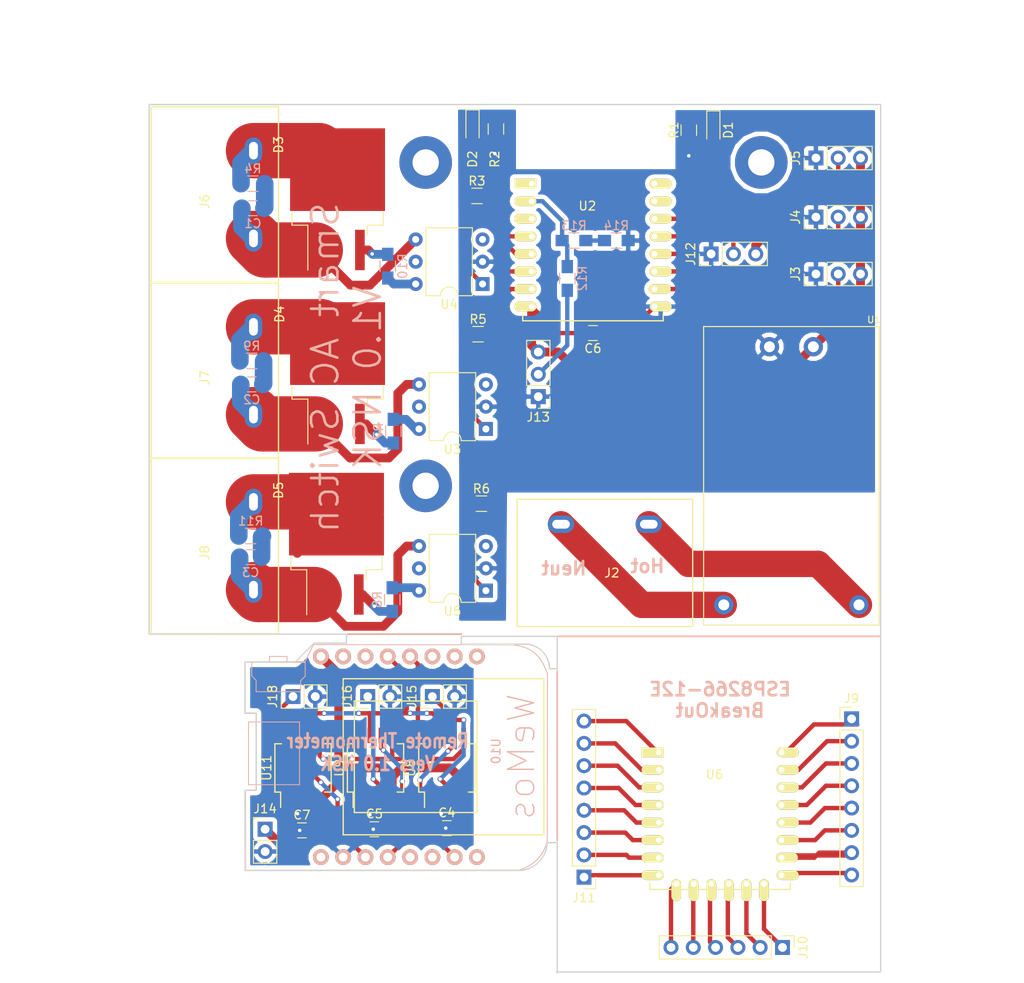
<source format=kicad_pcb>
(kicad_pcb (version 4) (host pcbnew 4.0.6)
  (layers (0 F.Cu signal) (31 B.Cu signal) (34 B.Paste user hide) (35 F.Paste user) (36 B.SilkS user) (37 F.SilkS user) (38 B.Mask user hide) (39 F.Mask user) (44 Edge.Cuts user))
  (net 0 "")
  (net 1 "Net-(D1-Pad1)")
  (net 2 "Net-(D1-Pad2)")
  (net 3 "Net-(D2-Pad1)")
  (net 4 "Net-(D2-Pad2)")
  (net 5 "Net-(D3-Pad2)")
  (net 6 "Net-(D3-Pad3)")
  (net 7 "Net-(D4-Pad2)")
  (net 8 "Net-(D4-Pad3)")
  (net 9 "Net-(D5-Pad2)")
  (net 10 "Net-(D5-Pad3)")
  (net 11 GND)
  (net 12 +3V3)
  (net 13 Hot)
  (net 14 Neutral)
  (net 15 "Net-(J3-Pad2)")
  (net 16 "Net-(J4-Pad2)")
  (net 17 "Net-(J5-Pad2)")
  (net 18 "Net-(R3-Pad1)")
  (net 19 "Net-(R5-Pad1)")
  (net 20 "Net-(R6-Pad1)")
  (net 21 "Net-(R7-Pad1)")
  (net 22 "Net-(R10-Pad1)")
  (net 23 "Net-(C1-Pad1)")
  (net 24 "Net-(C1-Pad2)")
  (net 25 "Net-(C2-Pad1)")
  (net 26 "Net-(C2-Pad2)")
  (net 27 "Net-(C3-Pad1)")
  (net 28 "Net-(C3-Pad2)")
  (net 29 "Net-(R8-Pad1)")
  (net 30 "Net-(R3-Pad2)")
  (net 31 "Net-(R5-Pad2)")
  (net 32 "Net-(R6-Pad2)")
  (net 33 "Net-(J9-Pad1)")
  (net 34 "Net-(J9-Pad2)")
  (net 35 "Net-(J9-Pad3)")
  (net 36 "Net-(J9-Pad4)")
  (net 37 "Net-(J9-Pad5)")
  (net 38 "Net-(J9-Pad6)")
  (net 39 "Net-(J9-Pad7)")
  (net 40 "Net-(J9-Pad8)")
  (net 41 "Net-(J10-Pad1)")
  (net 42 "Net-(J10-Pad2)")
  (net 43 "Net-(J10-Pad3)")
  (net 44 "Net-(J10-Pad4)")
  (net 45 "Net-(J10-Pad5)")
  (net 46 "Net-(J10-Pad6)")
  (net 47 "Net-(J11-Pad1)")
  (net 48 "Net-(J11-Pad2)")
  (net 49 "Net-(J11-Pad3)")
  (net 50 "Net-(J11-Pad4)")
  (net 51 "Net-(J11-Pad5)")
  (net 52 "Net-(J11-Pad6)")
  (net 53 "Net-(J11-Pad7)")
  (net 54 "Net-(J11-Pad8)")
  (net 55 "Net-(J12-Pad2)")
  (net 56 "Net-(J13-Pad2)")
  (net 57 "Net-(R12-Pad2)")
  (net 58 "Net-(R13-Pad1)")
  (net 59 "Net-(J15-Pad1)")
  (net 60 "Net-(J16-Pad1)")
  (net 61 "Net-(J18-Pad1)")
  (net 62 "Net-(U10-Pad7)")
  (net 63 "Net-(U10-Pad4)")
  (net 64 "Net-(U10-Pad3)")
  (net 65 "Net-(U10-Pad13)")
  (net 66 "Net-(U10-Pad12)")
  (module Housings_SOIC:SO-8_5.3x6.2mm_Pitch1.27mm (layer F.Cu) (at 177.419 137.668 90)
    (fp_text reference U8 (at 0 -4.13 90) (layer F.SilkS))
    (fp_text value MAX6675)
    (pad 1 smd rect (at -3.7 -1.905 90) (size 1.75 0.55) (layers F.Cu F.Paste F.Mask) (net 11 GND))
    (pad 2 smd rect (at -3.7 -0.635 90) (size 1.75 0.55) (layers F.Cu F.Paste F.Mask) (net 11 GND))
    (pad 3 smd rect (at -3.7 0.635 90) (size 1.75 0.55) (layers F.Cu F.Paste F.Mask) (net 59 "Net-(J15-Pad1)"))
    (pad 4 smd rect (at -3.7 1.905 90) (size 1.75 0.55) (layers F.Cu F.Paste F.Mask) (net 12 +3V3))
    (pad 5 smd rect (at 3.7 1.905 90) (size 1.75 0.55) (layers F.Cu F.Paste F.Mask) (net 66 "Net-(U10-Pad12)"))
    (pad 6 smd rect (at 3.7 0.635 90) (size 1.75 0.55) (layers F.Cu F.Paste F.Mask) (net 62 "Net-(U10-Pad7)"))
    (pad 7 smd rect (at 3.7 -0.635 90) (size 1.75 0.55) (layers F.Cu F.Paste F.Mask) (net 65 "Net-(U10-Pad13)"))
    (pad 8 smd rect (at 3.7 -1.905 90) (size 1.75 0.55) (layers F.Cu F.Paste F.Mask))
  )
  (module Resistors_SMD:R_0805_HandSoldering (layer B.Cu) (at 191.897 77.597 180)
    (fp_text reference R13 (at 0 1.7 180) (layer B.SilkS) (effects (justify mirror)))
    (fp_text value 2R)
    (pad 1 smd rect (at -1.35 0 180) (size 1.5 1.3) (layers B.Cu B.Paste B.Mask) (net 58 "Net-(R13-Pad1)"))
    (pad 2 smd rect (at 1.35 0 180) (size 1.5 1.3) (layers B.Cu B.Paste B.Mask) (net 57 "Net-(R12-Pad2)"))
  )
  (module Mounting_Holes:MountingHole_3mm_Pad (layer F.Cu) (at 175 105.537)
    (fp_text reference REF** hide)
    (fp_text value MountingHole_3mm_Pad hide)
    (pad 1 thru_hole circle (at 0 0) (size 6 6) (drill 3) (layers *.Cu *.Mask))
  )
  (module Mounting_Holes:MountingHole_3mm_Pad (layer F.Cu) (at 213.233 68.7)
    (fp_text reference REF** hide)
    (fp_text value MountingHole_3mm_Pad hide)
    (pad 1 thru_hole circle (at 0 0) (size 6 6) (drill 3) (layers *.Cu *.Mask))
  )
  (module Mounting_Holes:MountingHole_3mm_Pad (layer F.Cu) (at 175.006 68.707)
    (fp_text reference REF** hide)
    (fp_text value MountingHole_3mm_Pad hide)
    (pad 1 thru_hole circle (at 0 0) (size 6 6) (drill 3) (layers *.Cu *.Mask))
  )
  (module Capacitors_SMD:C_0805_HandSoldering (layer B.Cu) (at 155.321 73.914)
    (fp_text reference C1 (at 0 1.75) (layer B.SilkS) (effects (justify mirror)))
    (fp_text value C)
    (pad 1 smd rect (at -1.25 0) (size 1.5 1.25) (layers B.Cu B.Paste B.Mask) (net 23 "Net-(C1-Pad1)"))
    (pad 2 smd rect (at 1.25 0) (size 1.5 1.25) (layers B.Cu B.Paste B.Mask) (net 24 "Net-(C1-Pad2)"))
  )
  (module Capacitors_SMD:C_0805_HandSoldering (layer B.Cu) (at 155.194 93.98)
    (fp_text reference C2 (at 0 1.75) (layer B.SilkS) (effects (justify mirror)))
    (fp_text value C)
    (pad 1 smd rect (at -1.25 0) (size 1.5 1.25) (layers B.Cu B.Paste B.Mask) (net 25 "Net-(C2-Pad1)"))
    (pad 2 smd rect (at 1.25 0) (size 1.5 1.25) (layers B.Cu B.Paste B.Mask) (net 26 "Net-(C2-Pad2)"))
  )
  (module Capacitors_SMD:C_0805_HandSoldering (layer B.Cu) (at 155.067 113.665)
    (fp_text reference C3 (at 0 1.75) (layer B.SilkS) (effects (justify mirror)))
    (fp_text value C)
    (pad 1 smd rect (at -1.25 0) (size 1.5 1.25) (layers B.Cu B.Paste B.Mask) (net 27 "Net-(C3-Pad1)"))
    (pad 2 smd rect (at 1.25 0) (size 1.5 1.25) (layers B.Cu B.Paste B.Mask) (net 28 "Net-(C3-Pad2)"))
  )
  (module TO_SOT_Packages_SMD:TO-263-2 (layer F.Cu) (at 164.973 72.898 90)
    (fp_text reference D3 (at 6.223 -6.731 90) (layer F.SilkS))
    (fp_text value TRIAC)
    (pad 1 smd rect (at -5.775 -2.54 90) (size 4.6 1.1) (layers F.Cu F.Paste F.Mask) (net 23 "Net-(C1-Pad1)"))
    (pad 3 smd rect (at -5.775 2.54 90) (size 4.6 1.1) (layers F.Cu F.Paste F.Mask) (net 6 "Net-(D3-Pad3)"))
    (pad 2 smd rect (at 3.375 0 90) (size 9.4 10.8) (layers F.Cu F.Mask) (net 5 "Net-(D3-Pad2)"))
    (pad 2 smd rect (at 5.8 2.775 90) (size 4.55 5.25) (layers F.Cu F.Paste) (net 5 "Net-(D3-Pad2)"))
    (pad 2 smd rect (at 0.95 -2.775 90) (size 4.55 5.25) (layers F.Cu F.Paste) (net 5 "Net-(D3-Pad2)"))
    (pad 2 smd rect (at 5.8 -2.775 90) (size 4.55 5.25) (layers F.Cu F.Paste) (net 5 "Net-(D3-Pad2)"))
    (pad 2 smd rect (at 0.95 2.775 90) (size 4.55 5.25) (layers F.Cu F.Paste) (net 5 "Net-(D3-Pad2)"))
  )
  (module TO_SOT_Packages_SMD:TO-263-2 (layer F.Cu) (at 164.973 92.71 90)
    (fp_text reference D4 (at 6.731 -6.604 90) (layer F.SilkS))
    (fp_text value TRIAC)
    (pad 1 smd rect (at -5.775 -2.54 90) (size 4.6 1.1) (layers F.Cu F.Paste F.Mask) (net 25 "Net-(C2-Pad1)"))
    (pad 3 smd rect (at -5.775 2.54 90) (size 4.6 1.1) (layers F.Cu F.Paste F.Mask) (net 8 "Net-(D4-Pad3)"))
    (pad 2 smd rect (at 3.375 0 90) (size 9.4 10.8) (layers F.Cu F.Mask) (net 7 "Net-(D4-Pad2)"))
    (pad 2 smd rect (at 5.8 2.775 90) (size 4.55 5.25) (layers F.Cu F.Paste) (net 7 "Net-(D4-Pad2)"))
    (pad 2 smd rect (at 0.95 -2.775 90) (size 4.55 5.25) (layers F.Cu F.Paste) (net 7 "Net-(D4-Pad2)"))
    (pad 2 smd rect (at 5.8 -2.775 90) (size 4.55 5.25) (layers F.Cu F.Paste) (net 7 "Net-(D4-Pad2)"))
    (pad 2 smd rect (at 0.95 2.775 90) (size 4.55 5.25) (layers F.Cu F.Paste) (net 7 "Net-(D4-Pad2)"))
  )
  (module TO_SOT_Packages_SMD:TO-263-2 (layer F.Cu) (at 164.846 112.141 90)
    (fp_text reference D5 (at 6.096 -6.604 90) (layer F.SilkS))
    (fp_text value TRIAC)
    (pad 1 smd rect (at -5.775 -2.54 90) (size 4.6 1.1) (layers F.Cu F.Paste F.Mask) (net 27 "Net-(C3-Pad1)"))
    (pad 3 smd rect (at -5.775 2.54 90) (size 4.6 1.1) (layers F.Cu F.Paste F.Mask) (net 10 "Net-(D5-Pad3)"))
    (pad 2 smd rect (at 3.375 0 90) (size 9.4 10.8) (layers F.Cu F.Mask) (net 9 "Net-(D5-Pad2)"))
    (pad 2 smd rect (at 5.8 2.775 90) (size 4.55 5.25) (layers F.Cu F.Paste) (net 9 "Net-(D5-Pad2)"))
    (pad 2 smd rect (at 0.95 -2.775 90) (size 4.55 5.25) (layers F.Cu F.Paste) (net 9 "Net-(D5-Pad2)"))
    (pad 2 smd rect (at 5.8 -2.775 90) (size 4.55 5.25) (layers F.Cu F.Paste) (net 9 "Net-(D5-Pad2)"))
    (pad 2 smd rect (at 0.95 2.775 90) (size 4.55 5.25) (layers F.Cu F.Paste) (net 9 "Net-(D5-Pad2)"))
  )
  (module Footprints:ScrewTerminalBlock2Pin10mm (layer F.Cu) (at 185.42 107.061)
    (fp_text reference J2 (at 10.8 8.4) (layer F.SilkS))
    (fp_text value AC_PWR)
    (pad 2 thru_hole oval (at 5 2.85) (size 3 2) (drill oval 2 1) (layers *.Cu *.Mask) (net 14 Neutral))
    (pad 1 thru_hole oval (at 15 2.85) (size 3 2) (drill oval 2 1) (layers *.Cu *.Mask) (net 13 Hot))
  )
  (module Pin_Headers:Pin_Header_Straight_1x03_Pitch2.54mm (layer F.Cu) (at 219.456 81.407 90)
    (fp_text reference J3 (at 0 -2.33 90) (layer F.SilkS))
    (fp_text value TouchPad1)
    (pad 1 thru_hole rect (at 0 0 90) (size 1.7 1.7) (drill 1) (layers *.Cu *.Mask) (net 11 GND))
    (pad 2 thru_hole oval (at 0 2.54 90) (size 1.7 1.7) (drill 1) (layers *.Cu *.Mask) (net 15 "Net-(J3-Pad2)"))
    (pad 3 thru_hole oval (at 0 5.08 90) (size 1.7 1.7) (drill 1) (layers *.Cu *.Mask) (net 12 +3V3))
  )
  (module Pin_Headers:Pin_Header_Straight_1x03_Pitch2.54mm (layer F.Cu) (at 219.456 74.93 90)
    (fp_text reference J4 (at 0 -2.33 90) (layer F.SilkS))
    (fp_text value Touchpad2)
    (pad 1 thru_hole rect (at 0 0 90) (size 1.7 1.7) (drill 1) (layers *.Cu *.Mask) (net 11 GND))
    (pad 2 thru_hole oval (at 0 2.54 90) (size 1.7 1.7) (drill 1) (layers *.Cu *.Mask) (net 16 "Net-(J4-Pad2)"))
    (pad 3 thru_hole oval (at 0 5.08 90) (size 1.7 1.7) (drill 1) (layers *.Cu *.Mask) (net 12 +3V3))
  )
  (module Pin_Headers:Pin_Header_Straight_1x03_Pitch2.54mm (layer F.Cu) (at 219.456 68.199 90)
    (fp_text reference J5 (at 0 -2.33 90) (layer F.SilkS))
    (fp_text value Touchpad3)
    (pad 1 thru_hole rect (at 0 0 90) (size 1.7 1.7) (drill 1) (layers *.Cu *.Mask) (net 11 GND))
    (pad 2 thru_hole oval (at 0 2.54 90) (size 1.7 1.7) (drill 1) (layers *.Cu *.Mask) (net 17 "Net-(J5-Pad2)"))
    (pad 3 thru_hole oval (at 0 5.08 90) (size 1.7 1.7) (drill 1) (layers *.Cu *.Mask) (net 12 +3V3))
  )
  (module Footprints:ScrewTerminalBlock2Pin10mm (layer F.Cu) (at 158.242 62.357 270)
    (fp_text reference J6 (at 10.8 8.4 270) (layer F.SilkS))
    (fp_text value AC1)
    (pad 2 thru_hole oval (at 5 2.85 270) (size 3 2) (drill oval 2 1) (layers *.Cu *.Mask) (net 5 "Net-(D3-Pad2)"))
    (pad 1 thru_hole oval (at 15 2.85 270) (size 3 2) (drill oval 2 1) (layers *.Cu *.Mask) (net 23 "Net-(C1-Pad1)"))
  )
  (module Footprints:ScrewTerminalBlock2Pin10mm (layer F.Cu) (at 158.242 82.423 270)
    (fp_text reference J7 (at 10.8 8.4 270) (layer F.SilkS))
    (fp_text value AC2)
    (pad 2 thru_hole oval (at 5 2.85 270) (size 3 2) (drill oval 2 1) (layers *.Cu *.Mask) (net 7 "Net-(D4-Pad2)"))
    (pad 1 thru_hole oval (at 15 2.85 270) (size 3 2) (drill oval 2 1) (layers *.Cu *.Mask) (net 25 "Net-(C2-Pad1)"))
  )
  (module Footprints:ScrewTerminalBlock2Pin10mm (layer F.Cu) (at 158.242 102.362 270)
    (fp_text reference J8 (at 10.8 8.4 270) (layer F.SilkS))
    (fp_text value AC3)
    (pad 2 thru_hole oval (at 5 2.85 270) (size 3 2) (drill oval 2 1) (layers *.Cu *.Mask) (net 9 "Net-(D5-Pad2)"))
    (pad 1 thru_hole oval (at 15 2.85 270) (size 3 2) (drill oval 2 1) (layers *.Cu *.Mask) (net 27 "Net-(C3-Pad1)"))
  )
  (module Resistors_SMD:R_0805_HandSoldering (layer F.Cu) (at 204.978 65.024 90)
    (fp_text reference R1 (at 0 -1.7 90) (layer F.SilkS))
    (fp_text value 560R)
    (pad 1 smd rect (at -1.35 0 90) (size 1.5 1.3) (layers F.Cu F.Paste F.Mask) (net 11 GND))
    (pad 2 smd rect (at 1.35 0 90) (size 1.5 1.3) (layers F.Cu F.Paste F.Mask) (net 1 "Net-(D1-Pad1)"))
  )
  (module Resistors_SMD:R_0805_HandSoldering (layer F.Cu) (at 183.007 64.897 90)
    (fp_text reference R2 (at -3.429 -0.127 90) (layer F.SilkS))
    (fp_text value 560R)
    (pad 1 smd rect (at -1.35 0 90) (size 1.5 1.3) (layers F.Cu F.Paste F.Mask) (net 11 GND))
    (pad 2 smd rect (at 1.35 0 90) (size 1.5 1.3) (layers F.Cu F.Paste F.Mask) (net 3 "Net-(D2-Pad1)"))
  )
  (module Resistors_SMD:R_0805_HandSoldering (layer F.Cu) (at 180.848 72.517)
    (fp_text reference R3 (at 0 -1.7) (layer F.SilkS))
    (fp_text value 330R)
    (pad 1 smd rect (at -1.35 0) (size 1.5 1.3) (layers F.Cu F.Paste F.Mask) (net 18 "Net-(R3-Pad1)"))
    (pad 2 smd rect (at 1.35 0) (size 1.5 1.3) (layers F.Cu F.Paste F.Mask) (net 30 "Net-(R3-Pad2)"))
  )
  (module Resistors_SMD:R_0805_HandSoldering (layer B.Cu) (at 155.321 71.12 180)
    (fp_text reference R4 (at 0 1.7 180) (layer B.SilkS) (effects (justify mirror)))
    (fp_text value SnubR)
    (pad 1 smd rect (at -1.35 0 180) (size 1.5 1.3) (layers B.Cu B.Paste B.Mask) (net 24 "Net-(C1-Pad2)"))
    (pad 2 smd rect (at 1.35 0 180) (size 1.5 1.3) (layers B.Cu B.Paste B.Mask) (net 5 "Net-(D3-Pad2)"))
  )
  (module Resistors_SMD:R_0805_HandSoldering (layer F.Cu) (at 180.975 88.265)
    (fp_text reference R5 (at 0 -1.7) (layer F.SilkS))
    (fp_text value 330R)
    (pad 1 smd rect (at -1.35 0) (size 1.5 1.3) (layers F.Cu F.Paste F.Mask) (net 19 "Net-(R5-Pad1)"))
    (pad 2 smd rect (at 1.35 0) (size 1.5 1.3) (layers F.Cu F.Paste F.Mask) (net 31 "Net-(R5-Pad2)"))
  )
  (module Resistors_SMD:R_0805_HandSoldering (layer F.Cu) (at 181.356 107.569)
    (fp_text reference R6 (at 0 -1.7) (layer F.SilkS))
    (fp_text value 330R)
    (pad 1 smd rect (at -1.35 0) (size 1.5 1.3) (layers F.Cu F.Paste F.Mask) (net 20 "Net-(R6-Pad1)"))
    (pad 2 smd rect (at 1.35 0) (size 1.5 1.3) (layers F.Cu F.Paste F.Mask) (net 32 "Net-(R6-Pad2)"))
  )
  (module Resistors_SMD:R_0805_HandSoldering (layer B.Cu) (at 171.323 99.314 270)
    (fp_text reference R7 (at 0 1.7 270) (layer B.SilkS) (effects (justify mirror)))
    (fp_text value 330R)
    (pad 1 smd rect (at -1.35 0 270) (size 1.5 1.3) (layers B.Cu B.Paste B.Mask) (net 21 "Net-(R7-Pad1)"))
    (pad 2 smd rect (at 1.35 0 270) (size 1.5 1.3) (layers B.Cu B.Paste B.Mask) (net 8 "Net-(D4-Pad3)"))
  )
  (module Resistors_SMD:R_0805_HandSoldering (layer B.Cu) (at 171.196 118.491 270)
    (fp_text reference R8 (at 0 1.7 270) (layer B.SilkS) (effects (justify mirror)))
    (fp_text value 330R)
    (pad 1 smd rect (at -1.35 0 270) (size 1.5 1.3) (layers B.Cu B.Paste B.Mask) (net 29 "Net-(R8-Pad1)"))
    (pad 2 smd rect (at 1.35 0 270) (size 1.5 1.3) (layers B.Cu B.Paste B.Mask) (net 10 "Net-(D5-Pad3)"))
  )
  (module Resistors_SMD:R_0805_HandSoldering (layer B.Cu) (at 155.194 91.313 180)
    (fp_text reference R9 (at 0 1.7 180) (layer B.SilkS) (effects (justify mirror)))
    (fp_text value SnubR)
    (pad 1 smd rect (at -1.35 0 180) (size 1.5 1.3) (layers B.Cu B.Paste B.Mask) (net 26 "Net-(C2-Pad2)"))
    (pad 2 smd rect (at 1.35 0 180) (size 1.5 1.3) (layers B.Cu B.Paste B.Mask) (net 7 "Net-(D4-Pad2)"))
  )
  (module Resistors_SMD:R_0805_HandSoldering (layer B.Cu) (at 170.688 80.518 90)
    (fp_text reference R10 (at 0 1.7 90) (layer B.SilkS) (effects (justify mirror)))
    (fp_text value 330R)
    (pad 1 smd rect (at -1.35 0 90) (size 1.5 1.3) (layers B.Cu B.Paste B.Mask) (net 22 "Net-(R10-Pad1)"))
    (pad 2 smd rect (at 1.35 0 90) (size 1.5 1.3) (layers B.Cu B.Paste B.Mask) (net 6 "Net-(D3-Pad3)"))
  )
  (module Resistors_SMD:R_0805_HandSoldering (layer B.Cu) (at 155.067 111.252 180)
    (fp_text reference R11 (at 0 1.7 180) (layer B.SilkS) (effects (justify mirror)))
    (fp_text value SnubR)
    (pad 1 smd rect (at -1.35 0 180) (size 1.5 1.3) (layers B.Cu B.Paste B.Mask) (net 28 "Net-(C3-Pad2)"))
    (pad 2 smd rect (at 1.35 0 180) (size 1.5 1.3) (layers B.Cu B.Paste B.Mask) (net 9 "Net-(D5-Pad2)"))
  )
  (module Power_Supply:HLK-PM03 (layer F.Cu) (at 216.662 104.394 270)
    (fp_text reference U1 (at -17.78 -9.398 360) (layer F.SilkS) (effects (font (size 0.762 0.762) (thickness 0.127))))
    (fp_text value ACtoDCSwitching)
    (pad 1 thru_hole circle (at -14.7 -2.5 270) (size 2.2 2.2) (drill 1.25) (layers *.Cu *.Mask) (net 12 +3V3))
    (pad 2 thru_hole circle (at -14.7 2.5 270) (size 2.2 2.2) (drill 1.25) (layers *.Cu *.Mask) (net 11 GND))
    (pad 3 thru_hole circle (at 14.7 -7.7 270) (size 2.2 2.2) (drill 1.25) (layers *.Cu *.Mask) (net 13 Hot))
    (pad 4 thru_hole circle (at 14.7 7.7 270) (size 2.2 2.2) (drill 1.25) (layers *.Cu *.Mask) (net 14 Neutral))
  )
  (module Housings_DIP:DIP-6_W7.62mm (layer F.Cu) (at 181.864 99.06 180)
    (fp_text reference U3 (at 3.81 -2.33 180) (layer F.SilkS))
    (fp_text value MOC3063M)
    (pad 1 thru_hole rect (at 0 0 180) (size 1.6 1.6) (drill 0.8) (layers *.Cu *.Mask) (net 19 "Net-(R5-Pad1)"))
    (pad 4 thru_hole oval (at 7.62 5.08 180) (size 1.6 1.6) (drill 0.8) (layers *.Cu *.Mask) (net 25 "Net-(C2-Pad1)"))
    (pad 2 thru_hole oval (at 0 2.54 180) (size 1.6 1.6) (drill 0.8) (layers *.Cu *.Mask) (net 11 GND))
    (pad 5 thru_hole oval (at 7.62 2.54 180) (size 1.6 1.6) (drill 0.8) (layers *.Cu *.Mask))
    (pad 3 thru_hole oval (at 0 5.08 180) (size 1.6 1.6) (drill 0.8) (layers *.Cu *.Mask))
    (pad 6 thru_hole oval (at 7.62 0 180) (size 1.6 1.6) (drill 0.8) (layers *.Cu *.Mask) (net 21 "Net-(R7-Pad1)"))
  )
  (module Housings_DIP:DIP-6_W7.62mm (layer F.Cu) (at 181.483 82.55 180)
    (fp_text reference U4 (at 3.81 -2.33 180) (layer F.SilkS))
    (fp_text value MOC3063M)
    (pad 1 thru_hole rect (at 0 0 180) (size 1.6 1.6) (drill 0.8) (layers *.Cu *.Mask) (net 18 "Net-(R3-Pad1)"))
    (pad 4 thru_hole oval (at 7.62 5.08 180) (size 1.6 1.6) (drill 0.8) (layers *.Cu *.Mask) (net 23 "Net-(C1-Pad1)"))
    (pad 2 thru_hole oval (at 0 2.54 180) (size 1.6 1.6) (drill 0.8) (layers *.Cu *.Mask) (net 11 GND))
    (pad 5 thru_hole oval (at 7.62 2.54 180) (size 1.6 1.6) (drill 0.8) (layers *.Cu *.Mask))
    (pad 3 thru_hole oval (at 0 5.08 180) (size 1.6 1.6) (drill 0.8) (layers *.Cu *.Mask))
    (pad 6 thru_hole oval (at 7.62 0 180) (size 1.6 1.6) (drill 0.8) (layers *.Cu *.Mask) (net 22 "Net-(R10-Pad1)"))
  )
  (module Housings_DIP:DIP-6_W7.62mm (layer F.Cu) (at 181.864 117.475 180)
    (fp_text reference U5 (at 3.81 -2.33 180) (layer F.SilkS))
    (fp_text value MOC3063M)
    (pad 1 thru_hole rect (at 0 0 180) (size 1.6 1.6) (drill 0.8) (layers *.Cu *.Mask) (net 20 "Net-(R6-Pad1)"))
    (pad 4 thru_hole oval (at 7.62 5.08 180) (size 1.6 1.6) (drill 0.8) (layers *.Cu *.Mask) (net 27 "Net-(C3-Pad1)"))
    (pad 2 thru_hole oval (at 0 2.54 180) (size 1.6 1.6) (drill 0.8) (layers *.Cu *.Mask) (net 11 GND))
    (pad 5 thru_hole oval (at 7.62 2.54 180) (size 1.6 1.6) (drill 0.8) (layers *.Cu *.Mask))
    (pad 3 thru_hole oval (at 0 5.08 180) (size 1.6 1.6) (drill 0.8) (layers *.Cu *.Mask))
    (pad 6 thru_hole oval (at 7.62 0 180) (size 1.6 1.6) (drill 0.8) (layers *.Cu *.Mask) (net 29 "Net-(R8-Pad1)"))
  )
  (module LEDs:LED_0805_HandSoldering (layer F.Cu) (at 207.772 65.024 270)
    (fp_text reference D1 (at 0 -1.7 270) (layer F.SilkS))
    (fp_text value LED)
    (pad 1 smd rect (at -1.35 0 270) (size 1.5 1.3) (layers F.Cu F.Paste F.Mask) (net 1 "Net-(D1-Pad1)"))
    (pad 2 smd rect (at 1.35 0 270) (size 1.5 1.3) (layers F.Cu F.Paste F.Mask) (net 2 "Net-(D1-Pad2)"))
  )
  (module LEDs:LED_0805_HandSoldering (layer F.Cu) (at 180.34 64.897 270)
    (fp_text reference D2 (at 3.429 0 270) (layer F.SilkS))
    (fp_text value LED)
    (pad 1 smd rect (at -1.35 0 270) (size 1.5 1.3) (layers F.Cu F.Paste F.Mask) (net 3 "Net-(D2-Pad1)"))
    (pad 2 smd rect (at 1.35 0 270) (size 1.5 1.3) (layers F.Cu F.Paste F.Mask) (net 4 "Net-(D2-Pad2)"))
  )
  (module Pin_Headers:Pin_Header_Straight_1x08_Pitch2.54mm (layer F.Cu) (at 223.52 132.08)
    (fp_text reference J9 (at 0 -2.33) (layer F.SilkS))
    (fp_text value CONN_01X08)
    (pad 1 thru_hole rect (at 0 0) (size 1.7 1.7) (drill 1) (layers *.Cu *.Mask) (net 33 "Net-(J9-Pad1)"))
    (pad 2 thru_hole oval (at 0 2.54) (size 1.7 1.7) (drill 1) (layers *.Cu *.Mask) (net 34 "Net-(J9-Pad2)"))
    (pad 3 thru_hole oval (at 0 5.08) (size 1.7 1.7) (drill 1) (layers *.Cu *.Mask) (net 35 "Net-(J9-Pad3)"))
    (pad 4 thru_hole oval (at 0 7.62) (size 1.7 1.7) (drill 1) (layers *.Cu *.Mask) (net 36 "Net-(J9-Pad4)"))
    (pad 5 thru_hole oval (at 0 10.16) (size 1.7 1.7) (drill 1) (layers *.Cu *.Mask) (net 37 "Net-(J9-Pad5)"))
    (pad 6 thru_hole oval (at 0 12.7) (size 1.7 1.7) (drill 1) (layers *.Cu *.Mask) (net 38 "Net-(J9-Pad6)"))
    (pad 7 thru_hole oval (at 0 15.24) (size 1.7 1.7) (drill 1) (layers *.Cu *.Mask) (net 39 "Net-(J9-Pad7)"))
    (pad 8 thru_hole oval (at 0 17.78) (size 1.7 1.7) (drill 1) (layers *.Cu *.Mask) (net 40 "Net-(J9-Pad8)"))
  )
  (module Pin_Headers:Pin_Header_Straight_1x06_Pitch2.54mm (layer F.Cu) (at 215.646 158.115 270)
    (fp_text reference J10 (at 0 -2.33 270) (layer F.SilkS))
    (fp_text value CONN_01X06)
    (pad 1 thru_hole rect (at 0 0 270) (size 1.7 1.7) (drill 1) (layers *.Cu *.Mask) (net 41 "Net-(J10-Pad1)"))
    (pad 2 thru_hole oval (at 0 2.54 270) (size 1.7 1.7) (drill 1) (layers *.Cu *.Mask) (net 42 "Net-(J10-Pad2)"))
    (pad 3 thru_hole oval (at 0 5.08 270) (size 1.7 1.7) (drill 1) (layers *.Cu *.Mask) (net 43 "Net-(J10-Pad3)"))
    (pad 4 thru_hole oval (at 0 7.62 270) (size 1.7 1.7) (drill 1) (layers *.Cu *.Mask) (net 44 "Net-(J10-Pad4)"))
    (pad 5 thru_hole oval (at 0 10.16 270) (size 1.7 1.7) (drill 1) (layers *.Cu *.Mask) (net 45 "Net-(J10-Pad5)"))
    (pad 6 thru_hole oval (at 0 12.7 270) (size 1.7 1.7) (drill 1) (layers *.Cu *.Mask) (net 46 "Net-(J10-Pad6)"))
  )
  (module Pin_Headers:Pin_Header_Straight_1x08_Pitch2.54mm (layer F.Cu) (at 193.04 150.114 180)
    (fp_text reference J11 (at 0 -2.33 180) (layer F.SilkS))
    (fp_text value CONN_01X08)
    (pad 1 thru_hole rect (at 0 0 180) (size 1.7 1.7) (drill 1) (layers *.Cu *.Mask) (net 47 "Net-(J11-Pad1)"))
    (pad 2 thru_hole oval (at 0 2.54 180) (size 1.7 1.7) (drill 1) (layers *.Cu *.Mask) (net 48 "Net-(J11-Pad2)"))
    (pad 3 thru_hole oval (at 0 5.08 180) (size 1.7 1.7) (drill 1) (layers *.Cu *.Mask) (net 49 "Net-(J11-Pad3)"))
    (pad 4 thru_hole oval (at 0 7.62 180) (size 1.7 1.7) (drill 1) (layers *.Cu *.Mask) (net 50 "Net-(J11-Pad4)"))
    (pad 5 thru_hole oval (at 0 10.16 180) (size 1.7 1.7) (drill 1) (layers *.Cu *.Mask) (net 51 "Net-(J11-Pad5)"))
    (pad 6 thru_hole oval (at 0 12.7 180) (size 1.7 1.7) (drill 1) (layers *.Cu *.Mask) (net 52 "Net-(J11-Pad6)"))
    (pad 7 thru_hole oval (at 0 15.24 180) (size 1.7 1.7) (drill 1) (layers *.Cu *.Mask) (net 53 "Net-(J11-Pad7)"))
    (pad 8 thru_hole oval (at 0 17.78 180) (size 1.7 1.7) (drill 1) (layers *.Cu *.Mask) (net 54 "Net-(J11-Pad8)"))
  )
  (module ESP8266:ESP-12E (layer F.Cu) (at 201.549 135.89)
    (fp_text reference U6 (at 6.35 2.54) (layer F.SilkS))
    (fp_text value esp8266-12e hide)
    (pad 1 thru_hole rect (at 0 0) (size 2.5 1.1) (drill 0.65 (offset -0.7 0)) (layers *.Cu *.Mask F.SilkS) (net 54 "Net-(J11-Pad8)"))
    (pad 2 thru_hole oval (at 0 2) (size 2.5 1.1) (drill 0.65 (offset -0.7 0)) (layers *.Cu *.Mask F.SilkS) (net 53 "Net-(J11-Pad7)"))
    (pad 3 thru_hole oval (at 0 4) (size 2.5 1.1) (drill 0.65 (offset -0.7 0)) (layers *.Cu *.Mask F.SilkS) (net 52 "Net-(J11-Pad6)"))
    (pad 4 thru_hole oval (at 0 6) (size 2.5 1.1) (drill 0.65 (offset -0.7 0)) (layers *.Cu *.Mask F.SilkS) (net 51 "Net-(J11-Pad5)"))
    (pad 5 thru_hole oval (at 0 8) (size 2.5 1.1) (drill 0.65 (offset -0.7 0)) (layers *.Cu *.Mask F.SilkS) (net 50 "Net-(J11-Pad4)"))
    (pad 6 thru_hole oval (at 0 10) (size 2.5 1.1) (drill 0.65 (offset -0.7 0)) (layers *.Cu *.Mask F.SilkS) (net 49 "Net-(J11-Pad3)"))
    (pad 7 thru_hole oval (at 0 12) (size 2.5 1.1) (drill 0.65 (offset -0.7 0)) (layers *.Cu *.Mask F.SilkS) (net 48 "Net-(J11-Pad2)"))
    (pad 8 thru_hole oval (at 0 14) (size 2.5 1.1) (drill 0.65 (offset -0.7 0)) (layers *.Cu *.Mask F.SilkS) (net 47 "Net-(J11-Pad1)"))
    (pad 9 thru_hole oval (at 14 14) (size 2.5 1.1) (drill 0.65 (offset 0.7 0)) (layers *.Cu *.Mask F.SilkS) (net 40 "Net-(J9-Pad8)"))
    (pad 10 thru_hole oval (at 14 12) (size 2.5 1.1) (drill 0.65 (offset 0.6 0)) (layers *.Cu *.Mask F.SilkS) (net 39 "Net-(J9-Pad7)"))
    (pad 11 thru_hole oval (at 14 10) (size 2.5 1.1) (drill 0.65 (offset 0.7 0)) (layers *.Cu *.Mask F.SilkS) (net 38 "Net-(J9-Pad6)"))
    (pad 12 thru_hole oval (at 14 8) (size 2.5 1.1) (drill 0.65 (offset 0.7 0)) (layers *.Cu *.Mask F.SilkS) (net 37 "Net-(J9-Pad5)"))
    (pad 13 thru_hole oval (at 14 6) (size 2.5 1.1) (drill 0.65 (offset 0.7 0)) (layers *.Cu *.Mask F.SilkS) (net 36 "Net-(J9-Pad4)"))
    (pad 14 thru_hole oval (at 14 4) (size 2.5 1.1) (drill 0.65 (offset 0.7 0)) (layers *.Cu *.Mask F.SilkS) (net 35 "Net-(J9-Pad3)"))
    (pad 15 thru_hole oval (at 14 2) (size 2.5 1.1) (drill 0.65 (offset 0.7 0)) (layers *.Cu *.Mask F.SilkS) (net 34 "Net-(J9-Pad2)"))
    (pad 16 thru_hole oval (at 14 0) (size 2.5 1.1) (drill 0.65 (offset 0.7 0)) (layers *.Cu *.Mask F.SilkS) (net 33 "Net-(J9-Pad1)"))
    (pad 17 thru_hole oval (at 1.99 15 90) (size 2.5 1.1) (drill 0.65 (offset -0.7 0)) (layers *.Cu *.Mask F.SilkS) (net 46 "Net-(J10-Pad6)"))
    (pad 18 thru_hole oval (at 3.99 15 90) (size 2.5 1.1) (drill 0.65 (offset -0.7 0)) (layers *.Cu *.Mask F.SilkS) (net 45 "Net-(J10-Pad5)"))
    (pad 19 thru_hole oval (at 5.99 15 90) (size 2.5 1.1) (drill 0.65 (offset -0.7 0)) (layers *.Cu *.Mask F.SilkS) (net 44 "Net-(J10-Pad4)"))
    (pad 20 thru_hole oval (at 7.99 15 90) (size 2.5 1.1) (drill 0.65 (offset -0.7 0)) (layers *.Cu *.Mask F.SilkS) (net 43 "Net-(J10-Pad3)"))
    (pad 21 thru_hole oval (at 9.99 15 90) (size 2.5 1.1) (drill 0.65 (offset -0.7 0)) (layers *.Cu *.Mask F.SilkS) (net 42 "Net-(J10-Pad2)"))
    (pad 22 thru_hole oval (at 11.99 15 90) (size 2.5 1.1) (drill 0.65 (offset -0.7 0)) (layers *.Cu *.Mask F.SilkS) (net 41 "Net-(J10-Pad1)"))
  )
  (module Pin_Headers:Pin_Header_Straight_1x03_Pitch2.54mm (layer F.Cu) (at 207.518 79.121 90)
    (fp_text reference J12 (at 0 -2.33 90) (layer F.SilkS))
    (fp_text value ExtraSense)
    (pad 1 thru_hole rect (at 0 0 90) (size 1.7 1.7) (drill 1) (layers *.Cu *.Mask) (net 11 GND))
    (pad 2 thru_hole oval (at 0 2.54 90) (size 1.7 1.7) (drill 1) (layers *.Cu *.Mask) (net 55 "Net-(J12-Pad2)"))
    (pad 3 thru_hole oval (at 0 5.08 90) (size 1.7 1.7) (drill 1) (layers *.Cu *.Mask) (net 12 +3V3))
  )
  (module Pin_Headers:Pin_Header_Straight_1x03_Pitch2.54mm (layer F.Cu) (at 187.833 95.377 180)
    (fp_text reference J13 (at 0 -2.33 180) (layer F.SilkS))
    (fp_text value ADC)
    (pad 1 thru_hole rect (at 0 0 180) (size 1.7 1.7) (drill 1) (layers *.Cu *.Mask) (net 11 GND))
    (pad 2 thru_hole oval (at 0 2.54 180) (size 1.7 1.7) (drill 1) (layers *.Cu *.Mask) (net 56 "Net-(J13-Pad2)"))
    (pad 3 thru_hole oval (at 0 5.08 180) (size 1.7 1.7) (drill 1) (layers *.Cu *.Mask) (net 12 +3V3))
  )
  (module Resistors_SMD:R_0805_HandSoldering (layer B.Cu) (at 191.135 81.915 90)
    (fp_text reference R12 (at 0 1.7 90) (layer B.SilkS) (effects (justify mirror)))
    (fp_text value R)
    (pad 1 smd rect (at -1.35 0 90) (size 1.5 1.3) (layers B.Cu B.Paste B.Mask) (net 56 "Net-(J13-Pad2)"))
    (pad 2 smd rect (at 1.35 0 90) (size 1.5 1.3) (layers B.Cu B.Paste B.Mask) (net 57 "Net-(R12-Pad2)"))
  )
  (module Resistors_SMD:R_0805_HandSoldering (layer B.Cu) (at 196.723 77.597 180)
    (fp_text reference R14 (at 0 1.7 180) (layer B.SilkS) (effects (justify mirror)))
    (fp_text value 2R)
    (pad 1 smd rect (at -1.35 0 180) (size 1.5 1.3) (layers B.Cu B.Paste B.Mask) (net 11 GND))
    (pad 2 smd rect (at 1.35 0 180) (size 1.5 1.3) (layers B.Cu B.Paste B.Mask) (net 58 "Net-(R13-Pad1)"))
  )
  (module Capacitors_SMD:C_0805_HandSoldering (layer F.Cu) (at 177.419 144.526)
    (fp_text reference C4 (at 0 -1.75) (layer F.SilkS))
    (fp_text value .1uF)
    (pad 1 smd rect (at -1.25 0) (size 1.5 1.25) (layers F.Cu F.Paste F.Mask) (net 11 GND))
    (pad 2 smd rect (at 1.25 0) (size 1.5 1.25) (layers F.Cu F.Paste F.Mask) (net 12 +3V3))
  )
  (module Capacitors_SMD:C_0805_HandSoldering (layer F.Cu) (at 169.164 144.653)
    (fp_text reference C5 (at 0 -1.75) (layer F.SilkS))
    (fp_text value .1uF)
    (pad 1 smd rect (at -1.25 0) (size 1.5 1.25) (layers F.Cu F.Paste F.Mask) (net 11 GND))
    (pad 2 smd rect (at 1.25 0) (size 1.5 1.25) (layers F.Cu F.Paste F.Mask) (net 12 +3V3))
  )
  (module Capacitors_SMD:C_0805_HandSoldering (layer F.Cu) (at 160.909 144.78)
    (fp_text reference C7 (at 0 -1.75) (layer F.SilkS))
    (fp_text value .1uF)
    (pad 1 smd rect (at -1.25 0) (size 1.5 1.25) (layers F.Cu F.Paste F.Mask) (net 11 GND))
    (pad 2 smd rect (at 1.25 0) (size 1.5 1.25) (layers F.Cu F.Paste F.Mask) (net 12 +3V3))
  )
  (module Housings_SOIC:SO-8_5.3x6.2mm_Pitch1.27mm (layer F.Cu) (at 169.291 137.668 90)
    (fp_text reference U9 (at 0 -4.13 90) (layer F.SilkS))
    (fp_text value MAX6675)
    (pad 1 smd rect (at -3.7 -1.905 90) (size 1.75 0.55) (layers F.Cu F.Paste F.Mask) (net 11 GND))
    (pad 2 smd rect (at -3.7 -0.635 90) (size 1.75 0.55) (layers F.Cu F.Paste F.Mask) (net 11 GND))
    (pad 3 smd rect (at -3.7 0.635 90) (size 1.75 0.55) (layers F.Cu F.Paste F.Mask) (net 60 "Net-(J16-Pad1)"))
    (pad 4 smd rect (at -3.7 1.905 90) (size 1.75 0.55) (layers F.Cu F.Paste F.Mask) (net 12 +3V3))
    (pad 5 smd rect (at 3.7 1.905 90) (size 1.75 0.55) (layers F.Cu F.Paste F.Mask) (net 66 "Net-(U10-Pad12)"))
    (pad 6 smd rect (at 3.7 0.635 90) (size 1.75 0.55) (layers F.Cu F.Paste F.Mask) (net 63 "Net-(U10-Pad4)"))
    (pad 7 smd rect (at 3.7 -0.635 90) (size 1.75 0.55) (layers F.Cu F.Paste F.Mask) (net 65 "Net-(U10-Pad13)"))
    (pad 8 smd rect (at 3.7 -1.905 90) (size 1.75 0.55) (layers F.Cu F.Paste F.Mask))
  )
  (module Housings_SOIC:SO-8_5.3x6.2mm_Pitch1.27mm (layer F.Cu) (at 161.036 137.668 90)
    (fp_text reference U11 (at 0 -4.13 90) (layer F.SilkS))
    (fp_text value MAX6675)
    (pad 1 smd rect (at -3.7 -1.905 90) (size 1.75 0.55) (layers F.Cu F.Paste F.Mask) (net 11 GND))
    (pad 2 smd rect (at -3.7 -0.635 90) (size 1.75 0.55) (layers F.Cu F.Paste F.Mask) (net 11 GND))
    (pad 3 smd rect (at -3.7 0.635 90) (size 1.75 0.55) (layers F.Cu F.Paste F.Mask) (net 61 "Net-(J18-Pad1)"))
    (pad 4 smd rect (at -3.7 1.905 90) (size 1.75 0.55) (layers F.Cu F.Paste F.Mask) (net 12 +3V3))
    (pad 5 smd rect (at 3.7 1.905 90) (size 1.75 0.55) (layers F.Cu F.Paste F.Mask) (net 66 "Net-(U10-Pad12)"))
    (pad 6 smd rect (at 3.7 0.635 90) (size 1.75 0.55) (layers F.Cu F.Paste F.Mask) (net 64 "Net-(U10-Pad3)"))
    (pad 7 smd rect (at 3.7 -0.635 90) (size 1.75 0.55) (layers F.Cu F.Paste F.Mask) (net 65 "Net-(U10-Pad13)"))
    (pad 8 smd rect (at 3.7 -1.905 90) (size 1.75 0.55) (layers F.Cu F.Paste F.Mask))
  )
  (module Pin_Headers:Pin_Header_Straight_1x02_Pitch2.54mm (layer F.Cu) (at 156.718 144.653)
    (fp_text reference J14 (at 0 -2.33) (layer F.SilkS))
    (fp_text value Bat)
    (pad 1 thru_hole rect (at 0 0) (size 1.7 1.7) (drill 1) (layers *.Cu *.Mask) (net 12 +3V3))
    (pad 2 thru_hole oval (at 0 2.54) (size 1.7 1.7) (drill 1) (layers *.Cu *.Mask) (net 11 GND))
  )
  (module Pin_Headers:Pin_Header_Straight_1x02_Pitch2.54mm (layer F.Cu) (at 175.768 129.54 90)
    (fp_text reference J15 (at 0 -2.33 90) (layer F.SilkS))
    (fp_text value T1)
    (pad 1 thru_hole rect (at 0 0 90) (size 1.7 1.7) (drill 1) (layers *.Cu *.Mask) (net 59 "Net-(J15-Pad1)"))
    (pad 2 thru_hole oval (at 0 2.54 90) (size 1.7 1.7) (drill 1) (layers *.Cu *.Mask) (net 11 GND))
  )
  (module Pin_Headers:Pin_Header_Straight_1x02_Pitch2.54mm (layer F.Cu) (at 168.402 129.54 90)
    (fp_text reference J16 (at 0 -2.33 90) (layer F.SilkS))
    (fp_text value T2)
    (pad 1 thru_hole rect (at 0 0 90) (size 1.7 1.7) (drill 1) (layers *.Cu *.Mask) (net 60 "Net-(J16-Pad1)"))
    (pad 2 thru_hole oval (at 0 2.54 90) (size 1.7 1.7) (drill 1) (layers *.Cu *.Mask) (net 11 GND))
  )
  (module Pin_Headers:Pin_Header_Straight_1x02_Pitch2.54mm (layer F.Cu) (at 159.893 129.54 90)
    (fp_text reference J18 (at 0 -2.33 90) (layer F.SilkS))
    (fp_text value T3)
    (pad 1 thru_hole rect (at 0 0 90) (size 1.7 1.7) (drill 1) (layers *.Cu *.Mask) (net 61 "Net-(J18-Pad1)"))
    (pad 2 thru_hole oval (at 0 2.54 90) (size 1.7 1.7) (drill 1) (layers *.Cu *.Mask) (net 11 GND))
  )
  (module Capacitors_SMD:C_0805_HandSoldering (layer F.Cu) (at 194.056 88.138 180)
    (fp_text reference C6 (at 0 -1.75 180) (layer F.SilkS))
    (fp_text value .1uF)
    (pad 1 smd rect (at -1.25 0 180) (size 1.5 1.25) (layers F.Cu F.Paste F.Mask) (net 11 GND))
    (pad 2 smd rect (at 1.25 0 180) (size 1.5 1.25) (layers F.Cu F.Paste F.Mask) (net 12 +3V3))
  )
  (module wemos_d1_mini:D1_mini_board (layer B.Cu) (at 170.688 136.398 90)
    (fp_text reference U10 (at 0.635 12.319 90) (layer B.SilkS) (effects (justify mirror)))
    (fp_text value WeMos_mini)
    (fp_text user WeMos (at 0 15.24 90) (layer B.SilkS) (effects (font (size 3 3)) (justify mirror)))
    (pad 8 thru_hole circle (at -11.43 10.16 90) (size 1.8 1.8) (drill 1.016) (layers *.Cu *.Mask B.SilkS))
    (pad 7 thru_hole circle (at -11.43 7.62 90) (size 1.8 1.8) (drill 1.016) (layers *.Cu *.Mask B.SilkS) (net 62 "Net-(U10-Pad7)"))
    (pad 6 thru_hole circle (at -11.43 5.08 90) (size 1.8 1.8) (drill 1.016) (layers *.Cu *.Mask B.SilkS))
    (pad 5 thru_hole circle (at -11.43 2.54 90) (size 1.8 1.8) (drill 1.016) (layers *.Cu *.Mask B.SilkS))
    (pad 4 thru_hole circle (at -11.43 0 90) (size 1.8 1.8) (drill 1.016) (layers *.Cu *.Mask B.SilkS) (net 63 "Net-(U10-Pad4)"))
    (pad 3 thru_hole circle (at -11.43 -2.54 90) (size 1.8 1.8) (drill 1.016) (layers *.Cu *.Mask B.SilkS) (net 64 "Net-(U10-Pad3)"))
    (pad 2 thru_hole circle (at -11.43 -5.08 90) (size 1.8 1.8) (drill 1.016) (layers *.Cu *.Mask B.SilkS) (net 11 GND))
    (pad 1 thru_hole circle (at -11.43 -7.62 90) (size 1.8 1.8) (drill 1.016) (layers *.Cu *.Mask B.SilkS))
    (pad 16 thru_hole circle (at 11.43 -7.62 90) (size 1.8 1.8) (drill 1.016) (layers *.Cu *.Mask B.SilkS) (net 12 +3V3))
    (pad 15 thru_hole circle (at 11.43 -5.08 90) (size 1.8 1.8) (drill 1.016) (layers *.Cu *.Mask B.SilkS))
    (pad 14 thru_hole circle (at 11.43 -2.54 90) (size 1.8 1.8) (drill 1.016) (layers *.Cu *.Mask B.SilkS))
    (pad 13 thru_hole circle (at 11.43 0 90) (size 1.8 1.8) (drill 1.016) (layers *.Cu *.Mask B.SilkS) (net 65 "Net-(U10-Pad13)"))
    (pad 12 thru_hole circle (at 11.43 2.54 90) (size 1.8 1.8) (drill 1.016) (layers *.Cu *.Mask B.SilkS) (net 66 "Net-(U10-Pad12)"))
    (pad 11 thru_hole circle (at 11.43 5.08 90) (size 1.8 1.8) (drill 1.016) (layers *.Cu *.Mask B.SilkS))
    (pad 10 thru_hole circle (at 11.43 7.62 90) (size 1.8 1.8) (drill 1.016) (layers *.Cu *.Mask B.SilkS))
    (pad 9 thru_hole circle (at 11.43 10.16 90) (size 1.8 1.8) (drill 1.016) (layers *.Cu *.Mask B.SilkS))
  )
  (module ESP8266:ESP-12E_Sides (layer F.Cu) (at 187.071 71.12)
    (fp_text reference U2 (at 6.35 2.54) (layer F.SilkS))
    (fp_text value esp8266-12e hide)
    (pad 1 thru_hole rect (at 0 0) (size 2.5 1.1) (drill 0.65 (offset -0.7 0)) (layers *.Cu *.Mask F.SilkS))
    (pad 2 thru_hole oval (at 0 2) (size 2.5 1.1) (drill 0.65 (offset -0.7 0)) (layers *.Cu *.Mask F.SilkS) (net 57 "Net-(R12-Pad2)"))
    (pad 3 thru_hole oval (at 0 4) (size 2.5 1.1) (drill 0.65 (offset -0.7 0)) (layers *.Cu *.Mask F.SilkS))
    (pad 4 thru_hole oval (at 0 6) (size 2.5 1.1) (drill 0.65 (offset -0.7 0)) (layers *.Cu *.Mask F.SilkS) (net 4 "Net-(D2-Pad2)"))
    (pad 5 thru_hole oval (at 0 8) (size 2.5 1.1) (drill 0.65 (offset -0.7 0)) (layers *.Cu *.Mask F.SilkS) (net 30 "Net-(R3-Pad2)"))
    (pad 6 thru_hole oval (at 0 10) (size 2.5 1.1) (drill 0.65 (offset -0.7 0)) (layers *.Cu *.Mask F.SilkS) (net 31 "Net-(R5-Pad2)"))
    (pad 7 thru_hole oval (at 0 12) (size 2.5 1.1) (drill 0.65 (offset -0.7 0)) (layers *.Cu *.Mask F.SilkS) (net 32 "Net-(R6-Pad2)"))
    (pad 8 thru_hole oval (at 0 14) (size 2.5 1.1) (drill 0.65 (offset -0.7 0)) (layers *.Cu *.Mask F.SilkS) (net 12 +3V3))
    (pad 9 thru_hole oval (at 14 14) (size 2.5 1.1) (drill 0.65 (offset 0.7 0)) (layers *.Cu *.Mask F.SilkS) (net 11 GND))
    (pad 10 thru_hole oval (at 14 12) (size 2.5 1.1) (drill 0.65 (offset 0.6 0)) (layers *.Cu *.Mask F.SilkS) (net 15 "Net-(J3-Pad2)"))
    (pad 11 thru_hole oval (at 14 10) (size 2.5 1.1) (drill 0.65 (offset 0.7 0)) (layers *.Cu *.Mask F.SilkS) (net 16 "Net-(J4-Pad2)"))
    (pad 12 thru_hole oval (at 14 8) (size 2.5 1.1) (drill 0.65 (offset 0.7 0)) (layers *.Cu *.Mask F.SilkS) (net 55 "Net-(J12-Pad2)"))
    (pad 13 thru_hole oval (at 14 6) (size 2.5 1.1) (drill 0.65 (offset 0.7 0)) (layers *.Cu *.Mask F.SilkS) (net 17 "Net-(J5-Pad2)"))
    (pad 14 thru_hole oval (at 14 4) (size 2.5 1.1) (drill 0.65 (offset 0.7 0)) (layers *.Cu *.Mask F.SilkS) (net 2 "Net-(D1-Pad2)"))
    (pad 15 thru_hole oval (at 14 2) (size 2.5 1.1) (drill 0.65 (offset 0.7 0)) (layers *.Cu *.Mask F.SilkS))
    (pad 16 thru_hole oval (at 14 0) (size 2.5 1.1) (drill 0.65 (offset 0.7 0)) (layers *.Cu *.Mask F.SilkS))
  )
  (gr_line (start 189.992 126.619) (end 189.992 145.923) (angle 90) (layer B.SilkS) (width 0.2))
  (gr_line (start 166.116 122.428) (end 179.07 122.428) (angle 90) (layer B.SilkS) (width 0.2))
  (gr_line (start 190.119 122.682) (end 226.695 122.682) (angle 90) (layer B.SilkS) (width 0.2))
  (gr_line (start 165.989 122.428) (end 165.989 122.809) (angle 90) (layer Edge.Cuts) (width 0.15))
  (gr_line (start 163.322 122.428) (end 165.989 122.428) (angle 90) (layer Edge.Cuts) (width 0.15))
  (gr_line (start 162.306 123.444) (end 163.449 123.444) (angle 90) (layer Edge.Cuts) (width 0.15))
  (gr_line (start 189.992 126.365) (end 189.103 126.365) (angle 90) (layer Edge.Cuts) (width 0.15))
  (gr_line (start 189.992 122.682) (end 189.992 126.365) (angle 90) (layer Edge.Cuts) (width 0.15))
  (gr_line (start 189.865 122.682) (end 189.992 122.682) (angle 90) (layer Edge.Cuts) (width 0.15))
  (gr_line (start 163.449 123.444) (end 164.338 123.444) (angle 90) (layer Edge.Cuts) (width 0.15))
  (gr_line (start 165.989 123.444) (end 165.989 122.682) (angle 90) (layer Edge.Cuts) (width 0.15))
  (gr_line (start 164.211 123.444) (end 165.989 123.444) (angle 90) (layer Edge.Cuts) (width 0.15))
  (gr_line (start 150.749 122.428) (end 163.322 122.428) (angle 90) (layer Edge.Cuts) (width 0.15))
  (gr_line (start 160.147 125.603) (end 158.623 125.603) (angle 90) (layer Edge.Cuts) (width 0.15))
  (gr_line (start 162.306 123.444) (end 160.147 125.603) (angle 90) (layer Edge.Cuts) (width 0.15))
  (gr_line (start 154.432 125.603) (end 158.623 125.603) (angle 90) (layer Edge.Cuts) (width 0.15))
  (gr_line (start 154.432 131.445) (end 154.432 125.603) (angle 90) (layer Edge.Cuts) (width 0.15))
  (gr_line (start 155.702 131.445) (end 154.432 131.445) (angle 90) (layer Edge.Cuts) (width 0.15))
  (gr_line (start 155.702 140.208) (end 155.702 131.445) (angle 90) (layer Edge.Cuts) (width 0.15))
  (gr_line (start 154.432 140.208) (end 155.702 140.208) (angle 90) (layer Edge.Cuts) (width 0.15))
  (gr_line (start 154.432 149.352) (end 154.432 140.208) (angle 90) (layer Edge.Cuts) (width 0.15))
  (gr_line (start 162.179 149.352) (end 154.432 149.352) (angle 90) (layer Edge.Cuts) (width 0.15))
  (gr_line (start 179.07 123.571) (end 179.07 123.317) (angle 90) (layer Edge.Cuts) (width 0.15))
  (gr_line (start 186.309 123.571) (end 179.07 123.571) (angle 90) (layer Edge.Cuts) (width 0.15))
  (gr_arc (start 186.309 126.365) (end 186.309 123.571) (angle 90) (layer Edge.Cuts) (width 0.15))
  (gr_line (start 189.992 146.177) (end 189.992 147.193) (angle 90) (layer Edge.Cuts) (width 0.15))
  (gr_line (start 188.849 146.177) (end 189.992 146.177) (angle 90) (layer Edge.Cuts) (width 0.15))
  (gr_line (start 185.293 149.352) (end 162.179 149.352) (angle 90) (layer Edge.Cuts) (width 0.15))
  (gr_arc (start 185.547 146.05) (end 188.849 146.177) (angle 90) (layer Edge.Cuts) (width 0.15))
  (gr_text "Remote Thermometer\nVers 1.0 NSK" (at 169.545 135.89) (layer B.SilkS) (effects (font (size 1.6 1.3) (thickness 0.3)) (justify mirror)))
  (gr_line (start 189.992 149.86) (end 189.992 147.066) (angle 90) (layer Edge.Cuts) (width 0.15))
  (gr_line (start 143.51 122.428) (end 150.749 122.428) (angle 90) (layer Edge.Cuts) (width 0.15))
  (gr_line (start 189.865 122.682) (end 179.07 122.682) (angle 90) (layer Edge.Cuts) (width 0.15))
  (gr_line (start 179.07 123.444) (end 179.07 122.682) (angle 90) (layer Edge.Cuts) (width 0.15))
  (gr_line (start 189.992 161.036) (end 189.992 149.86) (angle 90) (layer Edge.Cuts) (width 0.15))
  (gr_text "Smart AC Switch \nV1.0 NSK" (at 165.989 93.218 90) (layer B.SilkS) (effects (font (size 3 3) (thickness 0.3)) (justify mirror)))
  (gr_text "ESP8266-12E\nBreakOut" (at 208.534 129.921) (layer B.SilkS) (effects (font (size 1.5 1.5) (thickness 0.3)) (justify mirror)))
  (gr_line (start 226.822 160.909) (end 189.865 160.909) (angle 90) (layer Edge.Cuts) (width 0.15))
  (gr_line (start 226.822 122.555) (end 226.822 160.909) (angle 90) (layer Edge.Cuts) (width 0.15))
  (gr_line (start 226.822 122.428) (end 226.822 122.555) (angle 90) (layer Edge.Cuts) (width 0.15))
  (gr_line (start 226.822 62.103) (end 226.822 62.23) (angle 90) (layer Edge.Cuts) (width 0.15))
  (gr_line (start 143.51 62.103) (end 226.822 62.103) (angle 90) (layer Edge.Cuts) (width 0.15))
  (gr_line (start 143.51 62.103) (end 143.51 122.428) (angle 90) (layer Edge.Cuts) (width 0.15))
  (gr_line (start 226.822 122.428) (end 226.822 62.103) (angle 90) (layer Edge.Cuts) (width 0.15))
  (gr_text Neut (at 190.754 114.935) (layer B.SilkS) (effects (font (size 1.5 1.5) (thickness 0.3)) (justify mirror)))
  (gr_text Hot (at 200.279 114.681) (layer B.SilkS) (effects (font (size 1.5 1.5) (thickness 0.3)) (justify mirror)))
  (segment (start 204.978 63.674) (end 207.772 63.674) (width 0.5) (layer F.Cu) (net 1))
  (segment (start 207.772 66.374) (end 207.772 72.009) (width 0.5) (layer F.Cu) (net 2))
  (segment (start 204.661 75.12) (end 201.071 75.12) (width 0.5) (layer F.Cu) (net 2))
  (segment (start 207.772 72.009) (end 204.661 75.12) (width 0.5) (layer F.Cu) (net 2))
  (segment (start 180.34 63.547) (end 183.007 63.547) (width 0.5) (layer F.Cu) (net 3))
  (segment (start 180.34 66.247) (end 180.34 67.056) (width 0.5) (layer F.Cu) (net 4))
  (segment (start 184.562 77.12) (end 187.071 77.12) (width 0.5) (layer F.Cu) (net 4))
  (segment (start 183.896 76.454) (end 184.562 77.12) (width 0.5) (layer F.Cu) (net 4))
  (segment (start 183.896 70.612) (end 183.896 76.454) (width 0.5) (layer F.Cu) (net 4))
  (segment (start 180.34 67.056) (end 183.896 70.612) (width 0.5) (layer F.Cu) (net 4))
  (segment (start 155.392 67.357) (end 162.807 67.357) (width 6.3) (layer F.Cu) (net 5))
  (segment (start 162.807 67.357) (end 164.973 69.523) (width 6.3) (layer F.Cu) (net 5))
  (segment (start 162.807 67.357) (end 164.973 69.523) (width 6.3) (layer F.Cu) (net 5))
  (segment (start 153.971 71.12) (end 153.971 68.778) (width 2) (layer B.Cu) (net 5))
  (segment (start 153.971 68.778) (end 155.392 67.357) (width 2) (layer B.Cu) (net 5))
  (segment (start 161.01 73.486) (end 164.973 69.523) (width 1) (layer F.Cu) (net 5))
  (segment (start 162.741 69.523) (end 164.973 69.523) (width 3) (layer F.Cu) (net 5))
  (segment (start 167.513 78.673) (end 168.462 78.673) (width 1) (layer F.Cu) (net 6))
  (segment (start 168.957 79.168) (end 170.688 79.168) (width 1) (layer B.Cu) (net 6))
  (segment (start 168.91 79.121) (end 168.957 79.168) (width 1) (layer B.Cu) (net 6))
  (via (at 168.91 79.121) (size 0.6) (drill 0.4) (layers F.Cu B.Cu) (net 6))
  (segment (start 168.462 78.673) (end 168.91 79.121) (width 1) (layer F.Cu) (net 6))
  (segment (start 155.392 87.423) (end 163.061 87.423) (width 6.3) (layer F.Cu) (net 7))
  (segment (start 163.061 87.423) (end 164.973 89.335) (width 6.3) (layer F.Cu) (net 7))
  (segment (start 163.061 87.423) (end 164.973 89.335) (width 6.3) (layer F.Cu) (net 7))
  (segment (start 153.844 91.313) (end 153.844 88.971) (width 2) (layer B.Cu) (net 7))
  (segment (start 153.844 88.971) (end 155.392 87.423) (width 2) (layer B.Cu) (net 7))
  (segment (start 160.883 93.425) (end 164.973 89.335) (width 1) (layer F.Cu) (net 7))
  (segment (start 161.49 85.852) (end 164.973 89.335) (width 3) (layer F.Cu) (net 7))
  (segment (start 171.323 100.664) (end 170.387 100.664) (width 1) (layer B.Cu) (net 8))
  (segment (start 168.208 98.485) (end 167.513 98.485) (width 1) (layer F.Cu) (net 8))
  (segment (start 169.418 99.695) (end 168.208 98.485) (width 1) (layer F.Cu) (net 8))
  (via (at 169.418 99.695) (size 0.6) (drill 0.4) (layers F.Cu B.Cu) (net 8))
  (segment (start 170.387 100.664) (end 169.418 99.695) (width 1) (layer B.Cu) (net 8))
  (segment (start 167.513 98.485) (end 167.573 98.425) (width 1) (layer F.Cu) (net 8))
  (segment (start 167.513 98.485) (end 167.834 98.485) (width 1) (layer F.Cu) (net 8))
  (segment (start 155.392 107.362) (end 163.442 107.362) (width 6.3) (layer F.Cu) (net 9))
  (segment (start 163.442 107.362) (end 164.846 108.766) (width 6.3) (layer F.Cu) (net 9))
  (segment (start 163.442 107.362) (end 164.846 108.766) (width 6.3) (layer F.Cu) (net 9))
  (segment (start 153.717 111.252) (end 153.717 109.037) (width 2) (layer B.Cu) (net 9))
  (segment (start 153.717 109.037) (end 155.392 107.362) (width 2) (layer B.Cu) (net 9))
  (segment (start 160.375 113.237) (end 164.846 108.766) (width 1) (layer F.Cu) (net 9))
  (segment (start 161.871 105.791) (end 164.846 108.766) (width 3) (layer F.Cu) (net 9))
  (segment (start 167.386 117.916) (end 167.827 117.916) (width 1) (layer F.Cu) (net 10))
  (segment (start 167.827 117.916) (end 169.164 119.253) (width 1) (layer F.Cu) (net 10))
  (via (at 169.164 119.253) (size 0.6) (drill 0.4) (layers F.Cu B.Cu) (net 10))
  (segment (start 169.164 119.253) (end 169.752 119.841) (width 1) (layer B.Cu) (net 10))
  (segment (start 169.752 119.841) (end 171.196 119.841) (width 1) (layer B.Cu) (net 10))
  (segment (start 201.071 85.12) (end 198.053 88.138) (width 0.5) (layer F.Cu) (net 11))
  (segment (start 198.053 88.138) (end 195.306 88.138) (width 0.5) (layer F.Cu) (net 11))
  (segment (start 159.659 144.78) (end 160.655 144.78) (width 0.5) (layer F.Cu) (net 11))
  (via (at 160.655 144.78) (size 0.6) (drill 0.4) (layers F.Cu B.Cu) (net 11))
  (segment (start 176.169 144.526) (end 177.292 144.526) (width 0.5) (layer F.Cu) (net 11))
  (via (at 177.292 144.526) (size 0.6) (drill 0.4) (layers F.Cu B.Cu) (net 11))
  (segment (start 167.914 144.653) (end 169.037 144.653) (width 0.5) (layer F.Cu) (net 11))
  (via (at 169.037 144.653) (size 0.6) (drill 0.4) (layers F.Cu B.Cu) (net 11))
  (segment (start 176.169 144.526) (end 175.514 143.871) (width 0.5) (layer F.Cu) (net 11))
  (segment (start 175.514 143.871) (end 175.514 141.368) (width 0.5) (layer F.Cu) (net 11))
  (segment (start 167.914 144.653) (end 167.386 144.125) (width 0.5) (layer F.Cu) (net 11))
  (segment (start 167.386 144.125) (end 167.386 141.368) (width 0.5) (layer F.Cu) (net 11))
  (segment (start 176.784 141.368) (end 176.784 142.875) (width 0.5) (layer F.Cu) (net 11))
  (via (at 176.784 142.875) (size 0.6) (drill 0.4) (layers F.Cu B.Cu) (net 11))
  (segment (start 168.656 141.368) (end 168.656 143.002) (width 0.5) (layer F.Cu) (net 11))
  (via (at 168.656 143.002) (size 0.6) (drill 0.4) (layers F.Cu B.Cu) (net 11))
  (segment (start 160.401 141.368) (end 160.401 142.875) (width 0.5) (layer F.Cu) (net 11))
  (via (at 160.401 142.875) (size 0.6) (drill 0.4) (layers F.Cu B.Cu) (net 11))
  (segment (start 159.659 144.78) (end 159.131 144.252) (width 0.5) (layer F.Cu) (net 11))
  (segment (start 159.131 144.252) (end 159.131 141.368) (width 0.5) (layer F.Cu) (net 11))
  (segment (start 159.659 144.78) (end 159.786 144.907) (width 0.5) (layer F.Cu) (net 11))
  (segment (start 201.041 85.09) (end 201.071 85.12) (width 0.5) (layer F.Cu) (net 11))
  (segment (start 201.071 85.12) (end 201.168 85.217) (width 0.5) (layer F.Cu) (net 11))
  (segment (start 204.978 66.374) (end 204.978 67.945) (width 0.5) (layer F.Cu) (net 11))
  (via (at 204.978 67.945) (size 0.6) (drill 0.4) (layers F.Cu B.Cu) (net 11))
  (segment (start 183.007 66.247) (end 182.88 66.374) (width 0.5) (layer F.Cu) (net 11))
  (segment (start 182.88 66.374) (end 182.88 67.691) (width 0.5) (layer F.Cu) (net 11))
  (via (at 182.88 67.691) (size 0.6) (drill 0.4) (layers F.Cu B.Cu) (net 11))
  (segment (start 187.071 85.12) (end 190.089 88.138) (width 0.5) (layer F.Cu) (net 12))
  (segment (start 190.089 88.138) (end 192.806 88.138) (width 0.5) (layer F.Cu) (net 12))
  (segment (start 171.196 138.684) (end 172.212 137.668) (width 1) (layer F.Cu) (net 12))
  (segment (start 179.324 139.192) (end 179.324 141.368) (width 1) (layer F.Cu) (net 12))
  (segment (start 177.8 137.668) (end 179.324 139.192) (width 1) (layer F.Cu) (net 12))
  (segment (start 172.212 137.668) (end 177.8 137.668) (width 1) (layer F.Cu) (net 12))
  (segment (start 165.1 137.668) (end 170.18 137.668) (width 1) (layer F.Cu) (net 12))
  (segment (start 171.196 138.684) (end 171.196 141.368) (width 1) (layer F.Cu) (net 12))
  (segment (start 170.18 137.668) (end 171.196 138.684) (width 1) (layer F.Cu) (net 12))
  (segment (start 162.159 144.78) (end 162.159 145.308) (width 1) (layer F.Cu) (net 12))
  (segment (start 162.159 145.308) (end 161.036 146.431) (width 1) (layer F.Cu) (net 12))
  (segment (start 158.496 146.431) (end 156.718 144.653) (width 1) (layer F.Cu) (net 12))
  (segment (start 161.036 146.431) (end 158.496 146.431) (width 1) (layer F.Cu) (net 12))
  (segment (start 163.068 124.968) (end 165.1 127) (width 1) (layer F.Cu) (net 12))
  (segment (start 165.1 139.209) (end 162.941 141.368) (width 1) (layer F.Cu) (net 12))
  (segment (start 165.1 127) (end 165.1 137.668) (width 1) (layer F.Cu) (net 12))
  (segment (start 165.1 137.668) (end 165.1 139.209) (width 1) (layer F.Cu) (net 12))
  (segment (start 178.669 144.526) (end 179.324 143.871) (width 0.5) (layer F.Cu) (net 12))
  (segment (start 179.324 143.871) (end 179.324 141.368) (width 0.5) (layer F.Cu) (net 12))
  (segment (start 170.414 144.653) (end 171.196 143.871) (width 0.5) (layer F.Cu) (net 12))
  (segment (start 171.196 143.871) (end 171.196 141.368) (width 0.5) (layer F.Cu) (net 12))
  (segment (start 162.941 141.368) (end 162.941 143.998) (width 0.5) (layer F.Cu) (net 12))
  (segment (start 162.941 143.998) (end 162.159 144.78) (width 0.5) (layer F.Cu) (net 12))
  (segment (start 187.101 85.09) (end 187.071 85.12) (width 0.5) (layer F.Cu) (net 12))
  (segment (start 187.833 90.297) (end 190.119 90.297) (width 1) (layer F.Cu) (net 12))
  (segment (start 190.119 90.297) (end 192.405 92.583) (width 1) (layer F.Cu) (net 12))
  (segment (start 187.071 85.12) (end 187.071 89.535) (width 1) (layer F.Cu) (net 12))
  (segment (start 187.071 89.535) (end 187.833 90.297) (width 1) (layer F.Cu) (net 12))
  (segment (start 212.598 79.121) (end 212.598 78.105) (width 1) (layer F.Cu) (net 12))
  (segment (start 218.44 72.263) (end 224.536 72.263) (width 1) (layer F.Cu) (net 12))
  (segment (start 212.598 78.105) (end 218.44 72.263) (width 1) (layer F.Cu) (net 12))
  (segment (start 212.598 79.121) (end 212.598 78.486) (width 0.5) (layer F.Cu) (net 12))
  (segment (start 224.536 74.93) (end 224.536 81.407) (width 1) (layer F.Cu) (net 12))
  (segment (start 192.405 92.583) (end 192.405 92.329) (width 1) (layer F.Cu) (net 12))
  (segment (start 216.527 92.329) (end 192.405 92.329) (width 1) (layer F.Cu) (net 12))
  (segment (start 219.162 89.694) (end 216.527 92.329) (width 1) (layer F.Cu) (net 12))
  (segment (start 219.162 89.694) (end 224.536 84.32) (width 1) (layer F.Cu) (net 12))
  (segment (start 224.536 84.32) (end 224.536 74.93) (width 1) (layer F.Cu) (net 12))
  (segment (start 224.536 74.93) (end 224.536 72.263) (width 1) (layer F.Cu) (net 12))
  (segment (start 224.536 72.263) (end 224.536 68.199) (width 1) (layer F.Cu) (net 12))
  (segment (start 200.42 109.911) (end 204.936 114.427) (width 3) (layer F.Cu) (net 13))
  (segment (start 219.695 114.427) (end 224.362 119.094) (width 3) (layer F.Cu) (net 13))
  (segment (start 204.936 114.427) (end 219.695 114.427) (width 3) (layer F.Cu) (net 13))
  (segment (start 190.42 109.911) (end 199.603 119.094) (width 3) (layer F.Cu) (net 14))
  (segment (start 199.603 119.094) (end 208.962 119.094) (width 3) (layer F.Cu) (net 14))
  (segment (start 201.071 83.12) (end 214.692 83.12) (width 0.5) (layer F.Cu) (net 15))
  (segment (start 221.996 83.058) (end 221.996 81.407) (width 0.5) (layer F.Cu) (net 15))
  (segment (start 220.726 84.328) (end 221.996 83.058) (width 0.5) (layer F.Cu) (net 15))
  (segment (start 215.9 84.328) (end 220.726 84.328) (width 0.5) (layer F.Cu) (net 15))
  (segment (start 214.692 83.12) (end 215.9 84.328) (width 0.5) (layer F.Cu) (net 15))
  (segment (start 201.071 81.12) (end 215.933 81.12) (width 0.5) (layer F.Cu) (net 16))
  (segment (start 221.996 76.962) (end 221.996 74.93) (width 0.5) (layer F.Cu) (net 16))
  (segment (start 221.234 77.724) (end 221.996 76.962) (width 0.5) (layer F.Cu) (net 16))
  (segment (start 219.329 77.724) (end 221.234 77.724) (width 0.5) (layer F.Cu) (net 16))
  (segment (start 215.933 81.12) (end 219.329 77.724) (width 0.5) (layer F.Cu) (net 16))
  (segment (start 201.071 77.12) (end 204.566 77.12) (width 0.5) (layer F.Cu) (net 17))
  (segment (start 221.996 69.85) (end 221.996 68.199) (width 0.5) (layer F.Cu) (net 17))
  (segment (start 221.361 70.485) (end 221.996 69.85) (width 0.5) (layer F.Cu) (net 17))
  (segment (start 217.551 70.485) (end 221.361 70.485) (width 0.5) (layer F.Cu) (net 17))
  (segment (start 213.995 74.041) (end 217.551 70.485) (width 0.5) (layer F.Cu) (net 17))
  (segment (start 207.645 74.041) (end 213.995 74.041) (width 0.5) (layer F.Cu) (net 17))
  (segment (start 204.566 77.12) (end 207.645 74.041) (width 0.5) (layer F.Cu) (net 17))
  (segment (start 179.498 72.517) (end 179.498 80.565) (width 0.5) (layer F.Cu) (net 18))
  (segment (start 179.498 80.565) (end 181.483 82.55) (width 0.5) (layer F.Cu) (net 18))
  (segment (start 179.625 88.265) (end 179.625 96.821) (width 0.5) (layer F.Cu) (net 19))
  (segment (start 179.625 96.821) (end 181.864 99.06) (width 0.5) (layer F.Cu) (net 19))
  (segment (start 180.006 107.569) (end 180.006 115.617) (width 0.5) (layer F.Cu) (net 20))
  (segment (start 180.006 115.617) (end 181.864 117.475) (width 0.5) (layer F.Cu) (net 20))
  (segment (start 174.244 99.06) (end 173.863 99.06) (width 1) (layer B.Cu) (net 21))
  (segment (start 173.863 99.06) (end 172.767 97.964) (width 1) (layer B.Cu) (net 21))
  (segment (start 172.767 97.964) (end 171.323 97.964) (width 1) (layer B.Cu) (net 21))
  (segment (start 170.688 81.868) (end 171.37 82.55) (width 1) (layer B.Cu) (net 22))
  (segment (start 171.37 82.55) (end 173.863 82.55) (width 1) (layer B.Cu) (net 22))
  (segment (start 173.863 82.55) (end 173.482 82.55) (width 1) (layer B.Cu) (net 22))
  (segment (start 162.433 78.673) (end 166.437 82.677) (width 1) (layer F.Cu) (net 23))
  (segment (start 168.656 82.677) (end 173.863 77.47) (width 1) (layer F.Cu) (net 23))
  (segment (start 166.437 82.677) (end 168.656 82.677) (width 1) (layer F.Cu) (net 23))
  (segment (start 162.433 78.673) (end 162.433 79.629) (width 1) (layer F.Cu) (net 23))
  (segment (start 173.816 77.517) (end 173.863 77.47) (width 1) (layer B.Cu) (net 23))
  (segment (start 155.392 77.357) (end 156.708 78.673) (width 6.3) (layer F.Cu) (net 23))
  (segment (start 156.708 78.673) (end 162.433 78.673) (width 6.3) (layer F.Cu) (net 23))
  (segment (start 154.071 73.914) (end 154.071 76.036) (width 2) (layer B.Cu) (net 23))
  (segment (start 154.071 76.036) (end 155.392 77.357) (width 2) (layer B.Cu) (net 23))
  (segment (start 156.671 71.12) (end 156.671 73.814) (width 2) (layer B.Cu) (net 24))
  (segment (start 156.671 73.814) (end 156.571 73.914) (width 2) (layer B.Cu) (net 24))
  (segment (start 162.433 98.485) (end 162.493 98.485) (width 1) (layer F.Cu) (net 25))
  (segment (start 162.493 98.485) (end 166.37 102.362) (width 1) (layer F.Cu) (net 25))
  (segment (start 172.847 93.98) (end 174.244 93.98) (width 1) (layer F.Cu) (net 25))
  (segment (start 171.831 94.996) (end 172.847 93.98) (width 1) (layer F.Cu) (net 25))
  (segment (start 171.831 101.346) (end 171.831 94.996) (width 1) (layer F.Cu) (net 25))
  (segment (start 170.815 102.362) (end 171.831 101.346) (width 1) (layer F.Cu) (net 25))
  (segment (start 166.37 102.362) (end 170.815 102.362) (width 1) (layer F.Cu) (net 25))
  (segment (start 174.164 93.9) (end 174.244 93.98) (width 1) (layer B.Cu) (net 25))
  (segment (start 162.433 98.485) (end 156.454 98.485) (width 6.3) (layer F.Cu) (net 25))
  (segment (start 156.454 98.485) (end 155.392 97.423) (width 6.3) (layer F.Cu) (net 25))
  (segment (start 155.392 97.423) (end 153.944 95.975) (width 2) (layer B.Cu) (net 25))
  (segment (start 153.944 95.975) (end 153.944 93.98) (width 2) (layer B.Cu) (net 25))
  (segment (start 162.239 98.679) (end 162.433 98.485) (width 3) (layer F.Cu) (net 25))
  (segment (start 156.444 93.98) (end 156.544 93.88) (width 2) (layer B.Cu) (net 26))
  (segment (start 156.544 93.88) (end 156.544 91.313) (width 2) (layer B.Cu) (net 26))
  (segment (start 162.306 117.916) (end 162.306 117.983) (width 1) (layer F.Cu) (net 27))
  (segment (start 162.306 117.983) (end 165.862 121.539) (width 1) (layer F.Cu) (net 27))
  (segment (start 172.847 112.395) (end 174.244 112.395) (width 1) (layer F.Cu) (net 27))
  (segment (start 171.831 113.411) (end 172.847 112.395) (width 1) (layer F.Cu) (net 27))
  (segment (start 171.831 119.888) (end 171.831 113.411) (width 1) (layer F.Cu) (net 27))
  (segment (start 170.18 121.539) (end 171.831 119.888) (width 1) (layer F.Cu) (net 27))
  (segment (start 165.862 121.539) (end 170.18 121.539) (width 1) (layer F.Cu) (net 27))
  (segment (start 174.164 112.315) (end 174.244 112.395) (width 1) (layer B.Cu) (net 27))
  (segment (start 162.306 117.916) (end 155.946 117.916) (width 6.3) (layer F.Cu) (net 27))
  (segment (start 155.946 117.916) (end 155.392 117.362) (width 6.3) (layer F.Cu) (net 27))
  (segment (start 155.392 117.362) (end 153.817 115.787) (width 2) (layer B.Cu) (net 27))
  (segment (start 153.817 115.787) (end 153.817 113.665) (width 2) (layer B.Cu) (net 27))
  (segment (start 155.54 117.51) (end 155.392 117.362) (width 1) (layer F.Cu) (net 27))
  (segment (start 161.858 118.364) (end 162.306 117.916) (width 3) (layer F.Cu) (net 27))
  (segment (start 156.317 113.665) (end 156.317 111.352) (width 2) (layer B.Cu) (net 28))
  (segment (start 156.317 111.352) (end 156.417 111.252) (width 2) (layer B.Cu) (net 28))
  (segment (start 171.196 117.141) (end 173.91 117.141) (width 1) (layer B.Cu) (net 29))
  (segment (start 173.91 117.141) (end 174.244 117.475) (width 1) (layer B.Cu) (net 29))
  (segment (start 182.198 72.517) (end 182.198 76.026) (width 0.5) (layer F.Cu) (net 30))
  (segment (start 182.198 76.026) (end 185.292 79.12) (width 0.5) (layer F.Cu) (net 30))
  (segment (start 185.292 79.12) (end 187.071 79.12) (width 0.5) (layer F.Cu) (net 30))
  (segment (start 182.325 88.265) (end 182.325 85.264) (width 0.5) (layer F.Cu) (net 31))
  (segment (start 183.929 81.12) (end 187.071 81.12) (width 0.5) (layer F.Cu) (net 31))
  (segment (start 183.388 81.661) (end 183.929 81.12) (width 0.5) (layer F.Cu) (net 31))
  (segment (start 183.388 84.201) (end 183.388 81.661) (width 0.5) (layer F.Cu) (net 31))
  (segment (start 182.325 85.264) (end 183.388 84.201) (width 0.5) (layer F.Cu) (net 31))
  (segment (start 182.706 107.569) (end 182.706 101.901) (width 0.5) (layer F.Cu) (net 32))
  (segment (start 184.723 83.12) (end 187.071 83.12) (width 0.5) (layer F.Cu) (net 32))
  (segment (start 184.277 83.566) (end 184.723 83.12) (width 0.5) (layer F.Cu) (net 32))
  (segment (start 184.277 100.33) (end 184.277 83.566) (width 0.5) (layer F.Cu) (net 32))
  (segment (start 182.706 101.901) (end 184.277 100.33) (width 0.5) (layer F.Cu) (net 32))
  (segment (start 216.311 135.636) (end 219.232 132.715) (width 0.5) (layer F.Cu) (net 33))
  (segment (start 219.232 132.715) (end 224.155 132.715) (width 0.5) (layer F.Cu) (net 33))
  (segment (start 215.549 137.89) (end 217.456 137.89) (width 0.5) (layer F.Cu) (net 34))
  (segment (start 217.456 137.89) (end 220.726 134.62) (width 0.5) (layer F.Cu) (net 34))
  (segment (start 220.726 134.62) (end 223.52 134.62) (width 0.5) (layer F.Cu) (net 34))
  (segment (start 215.549 139.89) (end 217.869 139.89) (width 0.5) (layer F.Cu) (net 35))
  (segment (start 220.599 137.16) (end 223.52 137.16) (width 0.5) (layer F.Cu) (net 35))
  (segment (start 217.869 139.89) (end 220.599 137.16) (width 0.5) (layer F.Cu) (net 35))
  (segment (start 215.549 141.89) (end 218.409 141.89) (width 0.5) (layer F.Cu) (net 36))
  (segment (start 220.599 139.7) (end 223.52 139.7) (width 0.5) (layer F.Cu) (net 36))
  (segment (start 218.409 141.89) (end 220.599 139.7) (width 0.5) (layer F.Cu) (net 36))
  (segment (start 215.549 143.89) (end 218.822 143.89) (width 0.5) (layer F.Cu) (net 37))
  (segment (start 220.472 142.24) (end 223.52 142.24) (width 0.5) (layer F.Cu) (net 37))
  (segment (start 218.822 143.89) (end 220.472 142.24) (width 0.5) (layer F.Cu) (net 37))
  (segment (start 215.549 145.89) (end 219.362 145.89) (width 0.5) (layer F.Cu) (net 38))
  (segment (start 220.472 144.78) (end 223.52 144.78) (width 0.5) (layer F.Cu) (net 38))
  (segment (start 219.362 145.89) (end 220.472 144.78) (width 0.5) (layer F.Cu) (net 38))
  (segment (start 215.549 147.89) (end 219.267 147.89) (width 0.5) (layer F.Cu) (net 39))
  (segment (start 219.837 147.32) (end 223.52 147.32) (width 0.5) (layer F.Cu) (net 39))
  (segment (start 219.267 147.89) (end 219.837 147.32) (width 0.5) (layer F.Cu) (net 39))
  (segment (start 216.311 147.636) (end 223.836 147.636) (width 0.5) (layer F.Cu) (net 39))
  (segment (start 216.311 149.636) (end 223.296 149.636) (width 0.5) (layer F.Cu) (net 40))
  (segment (start 213.539 150.89) (end 213.539 156.008) (width 0.5) (layer F.Cu) (net 41))
  (segment (start 213.539 156.008) (end 215.646 158.115) (width 0.5) (layer F.Cu) (net 41))
  (segment (start 211.539 150.89) (end 211.539 156.548) (width 0.5) (layer F.Cu) (net 42))
  (segment (start 211.539 156.548) (end 213.106 158.115) (width 0.5) (layer F.Cu) (net 42))
  (segment (start 209.539 150.89) (end 209.423 151.006) (width 0.5) (layer F.Cu) (net 43))
  (segment (start 209.423 151.006) (end 209.423 156.972) (width 0.5) (layer F.Cu) (net 43))
  (segment (start 209.423 156.972) (end 210.566 158.115) (width 0.5) (layer F.Cu) (net 43))
  (segment (start 210.301 157.85) (end 210.566 158.115) (width 0.5) (layer F.Cu) (net 43))
  (segment (start 207.539 150.89) (end 207.391 151.038) (width 0.5) (layer F.Cu) (net 44))
  (segment (start 207.391 151.038) (end 207.391 157.48) (width 0.5) (layer F.Cu) (net 44))
  (segment (start 207.391 157.48) (end 208.026 158.115) (width 0.5) (layer F.Cu) (net 44))
  (segment (start 208.301 157.84) (end 208.026 158.115) (width 0.5) (layer F.Cu) (net 44))
  (segment (start 205.539 150.89) (end 205.486 150.943) (width 0.5) (layer F.Cu) (net 45))
  (segment (start 205.486 150.943) (end 205.486 158.115) (width 0.5) (layer F.Cu) (net 45))
  (segment (start 203.539 150.89) (end 202.946 151.483) (width 0.5) (layer F.Cu) (net 46))
  (segment (start 202.946 151.483) (end 202.946 158.115) (width 0.5) (layer F.Cu) (net 46))
  (segment (start 201.549 149.89) (end 193.264 149.89) (width 0.5) (layer F.Cu) (net 47))
  (segment (start 193.264 149.89) (end 193.04 150.114) (width 0.5) (layer F.Cu) (net 47))
  (segment (start 201.549 147.89) (end 198.182 147.89) (width 0.5) (layer F.Cu) (net 48))
  (segment (start 197.866 147.574) (end 193.04 147.574) (width 0.5) (layer F.Cu) (net 48))
  (segment (start 198.182 147.89) (end 197.866 147.574) (width 0.5) (layer F.Cu) (net 48))
  (segment (start 201.549 145.89) (end 198.595 145.89) (width 0.5) (layer F.Cu) (net 49))
  (segment (start 197.739 145.034) (end 193.04 145.034) (width 0.5) (layer F.Cu) (net 49))
  (segment (start 198.595 145.89) (end 197.739 145.034) (width 0.5) (layer F.Cu) (net 49))
  (segment (start 201.549 143.89) (end 199.008 143.89) (width 0.5) (layer F.Cu) (net 50))
  (segment (start 197.612 142.494) (end 193.04 142.494) (width 0.5) (layer F.Cu) (net 50))
  (segment (start 199.008 143.89) (end 197.612 142.494) (width 0.5) (layer F.Cu) (net 50))
  (segment (start 201.549 141.89) (end 198.913 141.89) (width 0.5) (layer F.Cu) (net 51))
  (segment (start 196.977 139.954) (end 193.04 139.954) (width 0.5) (layer F.Cu) (net 51))
  (segment (start 198.913 141.89) (end 196.977 139.954) (width 0.5) (layer F.Cu) (net 51))
  (segment (start 201.549 139.89) (end 199.326 139.89) (width 0.5) (layer F.Cu) (net 52))
  (segment (start 196.85 137.414) (end 193.04 137.414) (width 0.5) (layer F.Cu) (net 52))
  (segment (start 199.326 139.89) (end 196.85 137.414) (width 0.5) (layer F.Cu) (net 52))
  (segment (start 201.549 137.89) (end 199.612 137.89) (width 0.5) (layer F.Cu) (net 53))
  (segment (start 199.612 137.89) (end 196.596 134.874) (width 0.5) (layer F.Cu) (net 53))
  (segment (start 196.596 134.874) (end 193.04 134.874) (width 0.5) (layer F.Cu) (net 53))
  (segment (start 201.549 135.89) (end 201.422 135.89) (width 0.5) (layer F.Cu) (net 54))
  (segment (start 201.422 135.89) (end 197.866 132.334) (width 0.5) (layer F.Cu) (net 54))
  (segment (start 197.866 132.334) (end 193.04 132.334) (width 0.5) (layer F.Cu) (net 54))
  (segment (start 201.071 79.12) (end 204.09 79.12) (width 0.5) (layer F.Cu) (net 55))
  (segment (start 210.058 77.724) (end 210.058 79.121) (width 0.5) (layer F.Cu) (net 55))
  (segment (start 209.169 76.835) (end 210.058 77.724) (width 0.5) (layer F.Cu) (net 55))
  (segment (start 206.375 76.835) (end 209.169 76.835) (width 0.5) (layer F.Cu) (net 55))
  (segment (start 204.09 79.12) (end 206.375 76.835) (width 0.5) (layer F.Cu) (net 55))
  (segment (start 187.833 92.837) (end 191.135 89.535) (width 0.5) (layer B.Cu) (net 56))
  (segment (start 191.135 89.535) (end 191.135 83.265) (width 0.5) (layer B.Cu) (net 56))
  (segment (start 190.547 77.597) (end 190.547 75.358) (width 0.5) (layer B.Cu) (net 57))
  (segment (start 188.309 73.12) (end 187.071 73.12) (width 0.5) (layer B.Cu) (net 57))
  (segment (start 190.547 75.358) (end 188.309 73.12) (width 0.5) (layer B.Cu) (net 57))
  (segment (start 191.135 80.565) (end 191.135 78.185) (width 0.5) (layer B.Cu) (net 57))
  (segment (start 191.135 78.185) (end 190.547 77.597) (width 0.5) (layer B.Cu) (net 57))
  (segment (start 191.135 78.185) (end 190.547 77.597) (width 0.5) (layer B.Cu) (net 57))
  (segment (start 187.103 73.152) (end 187.071 73.12) (width 0.5) (layer F.Cu) (net 57))
  (segment (start 193.247 77.597) (end 195.373 77.597) (width 0.5) (layer B.Cu) (net 58))
  (segment (start 178.054 141.368) (end 178.054 140.335) (width 0.5) (layer F.Cu) (net 59))
  (segment (start 178.435 132.207) (end 175.768 129.54) (width 0.5) (layer F.Cu) (net 59))
  (segment (start 179.324 132.207) (end 178.435 132.207) (width 0.5) (layer F.Cu) (net 59))
  (via (at 179.324 132.207) (size 0.6) (drill 0.4) (layers F.Cu B.Cu) (net 59))
  (segment (start 179.324 136.271) (end 179.324 132.207) (width 0.5) (layer B.Cu) (net 59))
  (segment (start 176.657 138.938) (end 179.324 136.271) (width 0.5) (layer B.Cu) (net 59))
  (via (at 176.657 138.938) (size 0.6) (drill 0.4) (layers F.Cu B.Cu) (net 59))
  (segment (start 178.054 140.335) (end 176.657 138.938) (width 0.5) (layer F.Cu) (net 59))
  (segment (start 169.926 141.368) (end 169.926 139.827) (width 0.5) (layer F.Cu) (net 60))
  (segment (start 169.037 138.938) (end 169.037 130.175) (width 0.5) (layer B.Cu) (net 60))
  (via (at 169.037 138.938) (size 0.6) (drill 0.4) (layers F.Cu B.Cu) (net 60))
  (segment (start 169.926 139.827) (end 169.037 138.938) (width 0.5) (layer F.Cu) (net 60))
  (segment (start 169.037 130.175) (end 168.402 129.54) (width 0.5) (layer B.Cu) (net 60))
  (segment (start 161.671 141.368) (end 161.671 139.827) (width 0.5) (layer F.Cu) (net 61))
  (segment (start 157.607 131.826) (end 159.893 129.54) (width 0.5) (layer F.Cu) (net 61))
  (segment (start 157.607 135.763) (end 157.607 131.826) (width 0.5) (layer F.Cu) (net 61))
  (segment (start 161.671 139.827) (end 157.607 135.763) (width 0.5) (layer F.Cu) (net 61))
  (segment (start 178.054 133.968) (end 178.054 135.255) (width 0.5) (layer F.Cu) (net 62))
  (segment (start 176.53 146.05) (end 178.308 147.828) (width 0.5) (layer F.Cu) (net 62))
  (segment (start 175.133 146.05) (end 176.53 146.05) (width 0.5) (layer F.Cu) (net 62))
  (segment (start 174.371 145.288) (end 175.133 146.05) (width 0.5) (layer F.Cu) (net 62))
  (segment (start 174.371 139.065) (end 174.371 145.288) (width 0.5) (layer F.Cu) (net 62))
  (via (at 174.371 139.065) (size 0.6) (drill 0.4) (layers F.Cu B.Cu) (net 62))
  (segment (start 174.371 138.938) (end 174.371 139.065) (width 0.5) (layer B.Cu) (net 62))
  (segment (start 177.546 135.763) (end 174.371 138.938) (width 0.5) (layer B.Cu) (net 62))
  (via (at 177.546 135.763) (size 0.6) (drill 0.4) (layers F.Cu B.Cu) (net 62))
  (segment (start 178.054 135.255) (end 177.546 135.763) (width 0.5) (layer F.Cu) (net 62))
  (segment (start 169.926 133.968) (end 169.926 135.382) (width 0.5) (layer F.Cu) (net 63))
  (segment (start 172.339 146.177) (end 170.688 147.828) (width 0.5) (layer F.Cu) (net 63))
  (segment (start 172.339 139.192) (end 172.339 146.177) (width 0.5) (layer F.Cu) (net 63))
  (via (at 172.339 139.192) (size 0.6) (drill 0.4) (layers F.Cu B.Cu) (net 63))
  (segment (start 172.339 137.795) (end 172.339 139.192) (width 0.5) (layer B.Cu) (net 63))
  (segment (start 170.18 135.636) (end 172.339 137.795) (width 0.5) (layer B.Cu) (net 63))
  (via (at 170.18 135.636) (size 0.6) (drill 0.4) (layers F.Cu B.Cu) (net 63))
  (segment (start 169.926 135.382) (end 170.18 135.636) (width 0.5) (layer F.Cu) (net 63))
  (segment (start 168.148 147.828) (end 164.973 144.653) (width 0.5) (layer F.Cu) (net 64))
  (segment (start 161.671 137.922) (end 161.671 133.968) (width 0.5) (layer F.Cu) (net 64))
  (segment (start 163.068 139.319) (end 161.671 137.922) (width 0.5) (layer F.Cu) (net 64))
  (via (at 163.068 139.319) (size 0.6) (drill 0.4) (layers F.Cu B.Cu) (net 64))
  (segment (start 164.973 141.224) (end 163.068 139.319) (width 0.5) (layer B.Cu) (net 64))
  (via (at 164.973 141.224) (size 0.6) (drill 0.4) (layers F.Cu B.Cu) (net 64))
  (segment (start 164.973 144.653) (end 164.973 141.224) (width 0.5) (layer F.Cu) (net 64))
  (segment (start 161.671 133.968) (end 161.671 133.223) (width 0.5) (layer F.Cu) (net 64))
  (segment (start 168.656 133.968) (end 168.656 131.445) (width 0.5) (layer F.Cu) (net 65))
  (segment (start 168.656 131.445) (end 168.656 131.572) (width 0.5) (layer F.Cu) (net 65))
  (segment (start 168.656 131.572) (end 168.656 131.445) (width 0.5) (layer F.Cu) (net 65))
  (segment (start 176.784 133.968) (end 176.784 132.461) (width 0.5) (layer F.Cu) (net 65))
  (segment (start 173.228 131.445) (end 172.339 131.445) (width 0.5) (layer F.Cu) (net 65))
  (via (at 173.228 131.445) (size 0.6) (drill 0.4) (layers F.Cu B.Cu) (net 65))
  (segment (start 175.133 131.445) (end 173.228 131.445) (width 0.5) (layer B.Cu) (net 65))
  (via (at 175.133 131.445) (size 0.6) (drill 0.4) (layers F.Cu B.Cu) (net 65))
  (segment (start 175.768 131.445) (end 175.133 131.445) (width 0.5) (layer F.Cu) (net 65))
  (segment (start 176.784 132.461) (end 175.768 131.445) (width 0.5) (layer F.Cu) (net 65))
  (segment (start 160.401 133.968) (end 160.401 133.096) (width 0.5) (layer F.Cu) (net 65))
  (segment (start 160.401 133.096) (end 162.052 131.445) (width 0.5) (layer F.Cu) (net 65))
  (segment (start 162.052 131.445) (end 163.449 131.445) (width 0.5) (layer F.Cu) (net 65))
  (via (at 163.449 131.445) (size 0.6) (drill 0.4) (layers F.Cu B.Cu) (net 65))
  (segment (start 163.449 131.445) (end 167.386 131.445) (width 0.5) (layer B.Cu) (net 65))
  (via (at 167.386 131.445) (size 0.6) (drill 0.4) (layers F.Cu B.Cu) (net 65))
  (segment (start 167.386 131.445) (end 168.656 131.445) (width 0.5) (layer F.Cu) (net 65))
  (segment (start 168.656 131.445) (end 172.339 131.445) (width 0.5) (layer F.Cu) (net 65))
  (segment (start 172.339 131.445) (end 172.847 130.937) (width 0.5) (layer F.Cu) (net 65))
  (segment (start 172.847 130.937) (end 172.847 127.127) (width 0.5) (layer F.Cu) (net 65))
  (segment (start 172.847 127.127) (end 170.688 124.968) (width 0.5) (layer F.Cu) (net 65))
  (segment (start 173.228 124.968) (end 174.117 125.857) (width 0.5) (layer F.Cu) (net 66))
  (segment (start 174.117 125.857) (end 174.117 136.652) (width 0.5) (layer F.Cu) (net 66))
  (segment (start 171.196 133.968) (end 171.196 136.271) (width 0.5) (layer F.Cu) (net 66))
  (segment (start 171.196 136.271) (end 170.815 136.652) (width 0.5) (layer F.Cu) (net 66))
  (segment (start 162.941 133.968) (end 162.941 136.271) (width 0.5) (layer F.Cu) (net 66))
  (segment (start 179.324 135.509) (end 179.324 133.968) (width 0.5) (layer F.Cu) (net 66))
  (segment (start 178.181 136.652) (end 179.324 135.509) (width 0.5) (layer F.Cu) (net 66))
  (segment (start 166.624 136.652) (end 170.815 136.652) (width 0.5) (layer F.Cu) (net 66))
  (segment (start 170.815 136.652) (end 174.117 136.652) (width 0.5) (layer F.Cu) (net 66))
  (segment (start 174.117 136.652) (end 178.181 136.652) (width 0.5) (layer F.Cu) (net 66))
  (via (at 166.624 136.652) (size 0.6) (drill 0.4) (layers F.Cu B.Cu) (net 66))
  (segment (start 163.322 136.652) (end 166.624 136.652) (width 0.5) (layer B.Cu) (net 66))
  (via (at 163.322 136.652) (size 0.6) (drill 0.4) (layers F.Cu B.Cu) (net 66))
  (segment (start 162.941 136.271) (end 163.322 136.652) (width 0.5) (layer F.Cu) (net 66))
  (zone (net 11) (net_name GND) (layer B.Cu) (connect_pads (clearance 0.508)) (min_thickness 0.254) (fill yes (arc_segments 16) (thermal_gap 0.508) (thermal_bridge_width 0.508))
    (polygon (pts (xy 178.816 103.886) (xy 178.816 120.904) (xy 184.15 120.904) (xy 184.277 106.299) (xy 226.187 106.299) (xy 226.187 62.738) (xy 203.454 62.738) (xy 203.454 69.469) (xy 185.293 69.469) (xy 185.293 62.357) (xy 178.689 62.357) (xy 178.689 62.484)))
  )
  (zone (net 11) (net_name GND) (layer B.Cu) (connect_pads (clearance 0.508)) (min_thickness 0.254) (fill yes (arc_segments 16) (thermal_gap 0.508) (thermal_bridge_width 0.508))
    (polygon (pts (xy 154.813 125.984) (xy 154.813 131.191) (xy 155.956 131.191) (xy 155.956 140.462) (xy 154.813 140.462) (xy 154.813 149.225) (xy 181.864 149.225) (xy 181.864 146.304) (xy 180.467 146.304) (xy 180.467 126.238) (xy 182.626 126.238) (xy 182.626 123.698) (xy 162.433 123.698) (xy 160.655 125.476) (xy 160.147 125.984)))
  )
)
</source>
